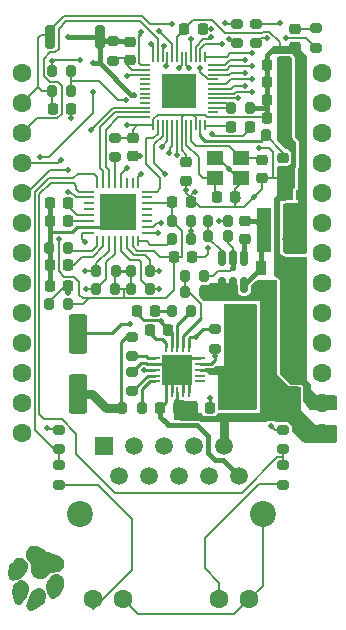
<source format=gtl>
G04 #@! TF.GenerationSoftware,KiCad,Pcbnew,(6.0.4)*
G04 #@! TF.CreationDate,2022-11-09T23:23:58+13:00*
G04 #@! TF.ProjectId,LAN-Module-PoE,4c414e2d-4d6f-4647-956c-652d506f452e,rev?*
G04 #@! TF.SameCoordinates,Original*
G04 #@! TF.FileFunction,Copper,L1,Top*
G04 #@! TF.FilePolarity,Positive*
%FSLAX46Y46*%
G04 Gerber Fmt 4.6, Leading zero omitted, Abs format (unit mm)*
G04 Created by KiCad (PCBNEW (6.0.4)) date 2022-11-09 23:23:58*
%MOMM*%
%LPD*%
G01*
G04 APERTURE LIST*
G04 Aperture macros list*
%AMRoundRect*
0 Rectangle with rounded corners*
0 $1 Rounding radius*
0 $2 $3 $4 $5 $6 $7 $8 $9 X,Y pos of 4 corners*
0 Add a 4 corners polygon primitive as box body*
4,1,4,$2,$3,$4,$5,$6,$7,$8,$9,$2,$3,0*
0 Add four circle primitives for the rounded corners*
1,1,$1+$1,$2,$3*
1,1,$1+$1,$4,$5*
1,1,$1+$1,$6,$7*
1,1,$1+$1,$8,$9*
0 Add four rect primitives between the rounded corners*
20,1,$1+$1,$2,$3,$4,$5,0*
20,1,$1+$1,$4,$5,$6,$7,0*
20,1,$1+$1,$6,$7,$8,$9,0*
20,1,$1+$1,$8,$9,$2,$3,0*%
G04 Aperture macros list end*
G04 #@! TA.AperFunction,ComponentPad*
%ADD10C,1.600000*%
G04 #@! TD*
G04 #@! TA.AperFunction,SMDPad,CuDef*
%ADD11RoundRect,0.200000X0.275000X-0.200000X0.275000X0.200000X-0.275000X0.200000X-0.275000X-0.200000X0*%
G04 #@! TD*
G04 #@! TA.AperFunction,SMDPad,CuDef*
%ADD12RoundRect,0.218750X-0.256250X0.218750X-0.256250X-0.218750X0.256250X-0.218750X0.256250X0.218750X0*%
G04 #@! TD*
G04 #@! TA.AperFunction,SMDPad,CuDef*
%ADD13RoundRect,0.200000X0.200000X0.275000X-0.200000X0.275000X-0.200000X-0.275000X0.200000X-0.275000X0*%
G04 #@! TD*
G04 #@! TA.AperFunction,SMDPad,CuDef*
%ADD14RoundRect,0.225000X0.225000X0.250000X-0.225000X0.250000X-0.225000X-0.250000X0.225000X-0.250000X0*%
G04 #@! TD*
G04 #@! TA.AperFunction,SMDPad,CuDef*
%ADD15R,0.900000X1.200000*%
G04 #@! TD*
G04 #@! TA.AperFunction,SMDPad,CuDef*
%ADD16RoundRect,0.150000X-0.150000X0.512500X-0.150000X-0.512500X0.150000X-0.512500X0.150000X0.512500X0*%
G04 #@! TD*
G04 #@! TA.AperFunction,SMDPad,CuDef*
%ADD17RoundRect,0.200000X-0.200000X-0.275000X0.200000X-0.275000X0.200000X0.275000X-0.200000X0.275000X0*%
G04 #@! TD*
G04 #@! TA.AperFunction,SMDPad,CuDef*
%ADD18RoundRect,0.225000X-0.225000X-0.250000X0.225000X-0.250000X0.225000X0.250000X-0.225000X0.250000X0*%
G04 #@! TD*
G04 #@! TA.AperFunction,SMDPad,CuDef*
%ADD19RoundRect,0.200000X-0.275000X0.200000X-0.275000X-0.200000X0.275000X-0.200000X0.275000X0.200000X0*%
G04 #@! TD*
G04 #@! TA.AperFunction,SMDPad,CuDef*
%ADD20R,1.200000X3.700000*%
G04 #@! TD*
G04 #@! TA.AperFunction,SMDPad,CuDef*
%ADD21RoundRect,0.225000X-0.250000X0.225000X-0.250000X-0.225000X0.250000X-0.225000X0.250000X0.225000X0*%
G04 #@! TD*
G04 #@! TA.AperFunction,SMDPad,CuDef*
%ADD22RoundRect,0.062500X-0.062500X0.362500X-0.062500X-0.362500X0.062500X-0.362500X0.062500X0.362500X0*%
G04 #@! TD*
G04 #@! TA.AperFunction,SMDPad,CuDef*
%ADD23RoundRect,0.062500X-0.362500X0.062500X-0.362500X-0.062500X0.362500X-0.062500X0.362500X0.062500X0*%
G04 #@! TD*
G04 #@! TA.AperFunction,SMDPad,CuDef*
%ADD24R,2.600000X2.600000*%
G04 #@! TD*
G04 #@! TA.AperFunction,SMDPad,CuDef*
%ADD25R,2.500000X1.800000*%
G04 #@! TD*
G04 #@! TA.AperFunction,SMDPad,CuDef*
%ADD26R,1.600000X5.700000*%
G04 #@! TD*
G04 #@! TA.AperFunction,SMDPad,CuDef*
%ADD27RoundRect,0.225000X0.250000X-0.225000X0.250000X0.225000X-0.250000X0.225000X-0.250000X-0.225000X0*%
G04 #@! TD*
G04 #@! TA.AperFunction,SMDPad,CuDef*
%ADD28RoundRect,0.062500X0.062500X-0.375000X0.062500X0.375000X-0.062500X0.375000X-0.062500X-0.375000X0*%
G04 #@! TD*
G04 #@! TA.AperFunction,SMDPad,CuDef*
%ADD29RoundRect,0.062500X0.375000X-0.062500X0.375000X0.062500X-0.375000X0.062500X-0.375000X-0.062500X0*%
G04 #@! TD*
G04 #@! TA.AperFunction,SMDPad,CuDef*
%ADD30R,3.100000X3.100000*%
G04 #@! TD*
G04 #@! TA.AperFunction,SMDPad,CuDef*
%ADD31RoundRect,0.200000X0.200000X0.800000X-0.200000X0.800000X-0.200000X-0.800000X0.200000X-0.800000X0*%
G04 #@! TD*
G04 #@! TA.AperFunction,SMDPad,CuDef*
%ADD32RoundRect,0.250000X0.550000X-1.412500X0.550000X1.412500X-0.550000X1.412500X-0.550000X-1.412500X0*%
G04 #@! TD*
G04 #@! TA.AperFunction,ComponentPad*
%ADD33R,1.500000X1.500000*%
G04 #@! TD*
G04 #@! TA.AperFunction,ComponentPad*
%ADD34C,1.500000*%
G04 #@! TD*
G04 #@! TA.AperFunction,ComponentPad*
%ADD35C,2.200000*%
G04 #@! TD*
G04 #@! TA.AperFunction,SMDPad,CuDef*
%ADD36RoundRect,0.250000X-0.250000X-0.475000X0.250000X-0.475000X0.250000X0.475000X-0.250000X0.475000X0*%
G04 #@! TD*
G04 #@! TA.AperFunction,SMDPad,CuDef*
%ADD37O,0.850000X0.200000*%
G04 #@! TD*
G04 #@! TA.AperFunction,SMDPad,CuDef*
%ADD38O,0.200000X0.850000*%
G04 #@! TD*
G04 #@! TA.AperFunction,SMDPad,CuDef*
%ADD39R,3.000000X3.000000*%
G04 #@! TD*
G04 #@! TA.AperFunction,SMDPad,CuDef*
%ADD40R,1.400000X1.200000*%
G04 #@! TD*
G04 #@! TA.AperFunction,ViaPad*
%ADD41C,0.500000*%
G04 #@! TD*
G04 #@! TA.AperFunction,Conductor*
%ADD42C,0.200000*%
G04 #@! TD*
G04 #@! TA.AperFunction,Conductor*
%ADD43C,0.400000*%
G04 #@! TD*
G04 #@! TA.AperFunction,Conductor*
%ADD44C,0.250000*%
G04 #@! TD*
G04 #@! TA.AperFunction,Conductor*
%ADD45C,0.800000*%
G04 #@! TD*
G04 APERTURE END LIST*
G04 #@! TO.C,LOGO1*
G36*
X22966000Y-71521000D02*
G01*
X23063000Y-71580000D01*
X23163000Y-71662000D01*
X23296000Y-71822000D01*
X23374000Y-71998000D01*
X23397000Y-72192000D01*
X23367000Y-72405000D01*
X23282000Y-72640000D01*
X23174000Y-72842000D01*
X23047000Y-73014000D01*
X22900000Y-73156000D01*
X22729000Y-73272000D01*
X22534000Y-73363000D01*
X22306000Y-73426000D01*
X22102000Y-73435000D01*
X21934000Y-73392000D01*
X21812000Y-73298000D01*
X21753000Y-73152000D01*
X21726000Y-72932000D01*
X21730000Y-72676000D01*
X21764000Y-72425000D01*
X21829000Y-72216000D01*
X21915000Y-72065000D01*
X22034000Y-71910000D01*
X22175000Y-71763000D01*
X22324000Y-71637000D01*
X22469000Y-71544000D01*
X22632000Y-71494000D01*
X22812000Y-71485000D01*
X22966000Y-71521000D01*
G37*
G36*
X23095000Y-73459000D02*
G01*
X23256000Y-73558000D01*
X23397000Y-73726000D01*
X23467000Y-73945000D01*
X23475000Y-74129000D01*
X23448000Y-74338000D01*
X23387000Y-74562000D01*
X23294000Y-74793000D01*
X23172000Y-75024000D01*
X23012000Y-75260000D01*
X22857000Y-75421000D01*
X22706000Y-75507000D01*
X22558000Y-75520000D01*
X22390000Y-75457000D01*
X22263000Y-75326000D01*
X22171000Y-75119000D01*
X22110000Y-74828000D01*
X22075000Y-74518000D01*
X22069000Y-74262000D01*
X22093000Y-74052000D01*
X22150000Y-73878000D01*
X22241000Y-73733000D01*
X22368000Y-73605000D01*
X22548000Y-73487000D01*
X22734000Y-73424000D01*
X22919000Y-73414000D01*
X23095000Y-73459000D01*
G37*
G36*
X24167000Y-70502000D02*
G01*
X24316000Y-70553000D01*
X24481000Y-70638000D01*
X24679000Y-70765000D01*
X24863000Y-70886000D01*
X25023000Y-70977000D01*
X25180000Y-71048000D01*
X25355000Y-71110000D01*
X25569000Y-71172000D01*
X25849000Y-71254000D01*
X26024000Y-71328000D01*
X26154000Y-71420000D01*
X26327000Y-71596000D01*
X26430000Y-71775000D01*
X26472000Y-71972000D01*
X26467000Y-72129000D01*
X26410000Y-72291000D01*
X26313000Y-72454000D01*
X26182000Y-72583000D01*
X26014000Y-72679000D01*
X25806000Y-72744000D01*
X25556000Y-72779000D01*
X25331000Y-72814000D01*
X25161000Y-72890000D01*
X25004000Y-73027000D01*
X24806000Y-73211000D01*
X24633000Y-73299000D01*
X24422000Y-73323000D01*
X24264000Y-73307000D01*
X24092000Y-73243000D01*
X23925000Y-73151000D01*
X23799000Y-73021000D01*
X23698000Y-72867000D01*
X23654000Y-72705000D01*
X23656000Y-72502000D01*
X23668000Y-72287000D01*
X23648000Y-72127000D01*
X23583000Y-71980000D01*
X23463000Y-71806000D01*
X23338000Y-71612000D01*
X23259000Y-71422000D01*
X23225000Y-71235000D01*
X23236000Y-71052000D01*
X23293000Y-70873000D01*
X23376000Y-70724000D01*
X23492000Y-70617000D01*
X23649000Y-70530000D01*
X23828000Y-70482000D01*
X24016000Y-70477000D01*
X24167000Y-70502000D01*
G37*
G36*
X24590000Y-74137000D02*
G01*
X24739000Y-74235000D01*
X24852000Y-74385000D01*
X24924000Y-74561000D01*
X24953000Y-74753000D01*
X24937000Y-74952000D01*
X24876000Y-75145000D01*
X24803000Y-75281000D01*
X24707000Y-75398000D01*
X24559000Y-75525000D01*
X24333000Y-75689000D01*
X24072000Y-75858000D01*
X23870000Y-75958000D01*
X23703000Y-75996000D01*
X23549000Y-75982000D01*
X23400000Y-75912000D01*
X23306000Y-75788000D01*
X23268000Y-75611000D01*
X23285000Y-75382000D01*
X23358000Y-75101000D01*
X23440000Y-74887000D01*
X23538000Y-74689000D01*
X23649000Y-74511000D01*
X23770000Y-74359000D01*
X23898000Y-74235000D01*
X24029000Y-74146000D01*
X24207000Y-74089000D01*
X24403000Y-74087000D01*
X24590000Y-74137000D01*
G37*
G36*
X26094000Y-72953000D02*
G01*
X26221000Y-73014000D01*
X26322000Y-73118000D01*
X26396000Y-73235000D01*
X26445000Y-73354000D01*
X26473000Y-73548000D01*
X26473000Y-73761000D01*
X26444000Y-73977000D01*
X26391000Y-74178000D01*
X26314000Y-74350000D01*
X26193000Y-74521000D01*
X26036000Y-74690000D01*
X25866000Y-74839000D01*
X25703000Y-74948000D01*
X25571000Y-74998000D01*
X25417000Y-74977000D01*
X25269000Y-74881000D01*
X25136000Y-74719000D01*
X25029000Y-74499000D01*
X24965000Y-74280000D01*
X24942000Y-74066000D01*
X24960000Y-73851000D01*
X25019000Y-73630000D01*
X25120000Y-73396000D01*
X25239000Y-73183000D01*
X25355000Y-73066000D01*
X25522000Y-72966000D01*
X25706000Y-72914000D01*
X25899000Y-72909000D01*
X26094000Y-72953000D01*
G37*
G04 #@! TD*
D10*
G04 #@! TO.P,J28,1,1*
G04 #@! TO.N,/12V*
X48260000Y-60960000D03*
G04 #@! TD*
G04 #@! TO.P,J27,1,1*
G04 #@! TO.N,GND*
X48260000Y-58420000D03*
G04 #@! TD*
G04 #@! TO.P,J26,1,1*
G04 #@! TO.N,/S_VP*
X48260000Y-53340000D03*
G04 #@! TD*
G04 #@! TO.P,J25,1,1*
G04 #@! TO.N,/IO37*
X48260000Y-50800000D03*
G04 #@! TD*
G04 #@! TO.P,J24,1,1*
G04 #@! TO.N,/IO38*
X48260000Y-48260000D03*
G04 #@! TD*
G04 #@! TO.P,J23,1,1*
G04 #@! TO.N,/S_VN*
X48260000Y-45720000D03*
G04 #@! TD*
G04 #@! TO.P,J22,1,1*
G04 #@! TO.N,/IO34*
X48260000Y-43180000D03*
G04 #@! TD*
G04 #@! TO.P,J21,1,1*
G04 #@! TO.N,/IO35*
X48260000Y-40640000D03*
G04 #@! TD*
G04 #@! TO.P,J20,1,1*
G04 #@! TO.N,/IO32*
X48260000Y-38100000D03*
G04 #@! TD*
G04 #@! TO.P,J19,1,1*
G04 #@! TO.N,/IO33*
X48260000Y-35560000D03*
G04 #@! TD*
G04 #@! TO.P,J18,1,1*
G04 #@! TO.N,/U0RXD*
X48260000Y-33020000D03*
G04 #@! TD*
G04 #@! TO.P,J17,1,1*
G04 #@! TO.N,/U0TXD*
X48260000Y-30480000D03*
G04 #@! TD*
G04 #@! TO.P,J16,1,1*
G04 #@! TO.N,GND*
X22860000Y-60960000D03*
G04 #@! TD*
G04 #@! TO.P,J15,1,1*
G04 #@! TO.N,+3V3*
X48260000Y-55880000D03*
G04 #@! TD*
G04 #@! TO.P,J14,1,1*
G04 #@! TO.N,GND*
X22860000Y-58420000D03*
G04 #@! TD*
G04 #@! TO.P,J13,1,1*
G04 #@! TO.N,/IO5*
X22860000Y-55880000D03*
G04 #@! TD*
G04 #@! TO.P,J12,1,1*
G04 #@! TO.N,/IO14*
X22860000Y-53340000D03*
G04 #@! TD*
G04 #@! TO.P,J11,1,1*
G04 #@! TO.N,/IO2*
X22860000Y-50800000D03*
G04 #@! TD*
G04 #@! TO.P,J10,1,1*
G04 #@! TO.N,/IO4*
X22860000Y-48260000D03*
G04 #@! TD*
G04 #@! TO.P,J9,1,1*
G04 #@! TO.N,/IO12*
X22860000Y-45720000D03*
G04 #@! TD*
G04 #@! TO.P,J8,1,1*
G04 #@! TO.N,/IO15*
X22860000Y-43180000D03*
G04 #@! TD*
G04 #@! TO.P,J7,1,1*
G04 #@! TO.N,/IO16*
X22860000Y-40640000D03*
G04 #@! TD*
G04 #@! TO.P,J6,1,1*
G04 #@! TO.N,/IO13*
X22860000Y-38100000D03*
G04 #@! TD*
G04 #@! TO.P,J5,1,1*
G04 #@! TO.N,/BOOT*
X22860000Y-35560000D03*
G04 #@! TD*
G04 #@! TO.P,J4,1,1*
G04 #@! TO.N,/EN*
X22860000Y-33020000D03*
G04 #@! TD*
G04 #@! TO.P,J3,1,1*
G04 #@! TO.N,GND*
X22860000Y-30480000D03*
G04 #@! TD*
D11*
G04 #@! TO.P,R28,1*
G04 #@! TO.N,GND*
X47750000Y-28325000D03*
G04 #@! TO.P,R28,2*
G04 #@! TO.N,Net-(D3-Pad1)*
X47750000Y-26675000D03*
G04 #@! TD*
D12*
G04 #@! TO.P,D3,1,K*
G04 #@! TO.N,Net-(D3-Pad1)*
X46000000Y-26712500D03*
G04 #@! TO.P,D3,2,A*
G04 #@! TO.N,+3V3*
X46000000Y-28287500D03*
G04 #@! TD*
D13*
G04 #@! TO.P,R14,1*
G04 #@! TO.N,/LAN_3P3V*
X30762500Y-48750000D03*
G04 #@! TO.P,R14,2*
G04 #@! TO.N,/MDI0_N*
X29112500Y-48750000D03*
G04 #@! TD*
D14*
G04 #@! TO.P,C2,1*
G04 #@! TO.N,GND*
X45175000Y-34250000D03*
G04 #@! TO.P,C2,2*
G04 #@! TO.N,+3V3*
X43625000Y-34250000D03*
G04 #@! TD*
D15*
G04 #@! TO.P,D2,1,K*
G04 #@! TO.N,Net-(C17-Pad2)*
X43100000Y-47000000D03*
G04 #@! TO.P,D2,2,A*
G04 #@! TO.N,GND*
X46400000Y-47000000D03*
G04 #@! TD*
D16*
G04 #@! TO.P,U3,1,CB*
G04 #@! TO.N,Net-(C17-Pad1)*
X41700000Y-46112500D03*
G04 #@! TO.P,U3,2,GND*
G04 #@! TO.N,GND*
X40750000Y-46112500D03*
G04 #@! TO.P,U3,3,FB*
G04 #@! TO.N,Net-(R26-Pad1)*
X39800000Y-46112500D03*
G04 #@! TO.P,U3,4,~{SHDN}*
G04 #@! TO.N,/12V*
X39800000Y-48387500D03*
G04 #@! TO.P,U3,5,VIN*
X40750000Y-48387500D03*
G04 #@! TO.P,U3,6,SW*
G04 #@! TO.N,Net-(C17-Pad2)*
X41700000Y-48387500D03*
G04 #@! TD*
D17*
G04 #@! TO.P,R8,1*
G04 #@! TO.N,GND*
X25175000Y-45250000D03*
G04 #@! TO.P,R8,2*
G04 #@! TO.N,/RSET*
X26825000Y-45250000D03*
G04 #@! TD*
G04 #@! TO.P,R17,1*
G04 #@! TO.N,/LAN_3P3V*
X32112500Y-48750000D03*
G04 #@! TO.P,R17,2*
G04 #@! TO.N,/MDI1_P*
X33762500Y-48750000D03*
G04 #@! TD*
D14*
G04 #@! TO.P,C22,1*
G04 #@! TO.N,/AVDD10*
X26775000Y-46750000D03*
G04 #@! TO.P,C22,2*
G04 #@! TO.N,GND*
X25225000Y-46750000D03*
G04 #@! TD*
D11*
G04 #@! TO.P,R20,1*
G04 #@! TO.N,/VSS*
X39200000Y-53825000D03*
G04 #@! TO.P,R20,2*
G04 #@! TO.N,/VIN_NEG*
X39200000Y-52175000D03*
G04 #@! TD*
D14*
G04 #@! TO.P,C7,1*
G04 #@! TO.N,GND*
X45175000Y-32750000D03*
G04 #@! TO.P,C7,2*
G04 #@! TO.N,+3V3*
X43625000Y-32750000D03*
G04 #@! TD*
D18*
G04 #@! TO.P,C3,1*
G04 #@! TO.N,GND*
X25225000Y-48500000D03*
G04 #@! TO.P,C3,2*
G04 #@! TO.N,/MDI0_CT*
X26775000Y-48500000D03*
G04 #@! TD*
D19*
G04 #@! TO.P,R2,1*
G04 #@! TO.N,GND*
X30600000Y-27775000D03*
G04 #@! TO.P,R2,2*
G04 #@! TO.N,/VDD_SDIO*
X30600000Y-29425000D03*
G04 #@! TD*
D14*
G04 #@! TO.P,C10,1*
G04 #@! TO.N,GND*
X27025000Y-33500000D03*
G04 #@! TO.P,C10,2*
G04 #@! TO.N,/EN*
X25475000Y-33500000D03*
G04 #@! TD*
D11*
G04 #@! TO.P,R11,1*
G04 #@! TO.N,/RTL_LED1*
X45000000Y-62325000D03*
G04 #@! TO.P,R11,2*
G04 #@! TO.N,GND*
X45000000Y-60675000D03*
G04 #@! TD*
D19*
G04 #@! TO.P,R10,1*
G04 #@! TO.N,+3V3*
X30750000Y-35925000D03*
G04 #@! TO.P,R10,2*
G04 #@! TO.N,/ETH_RST*
X30750000Y-37575000D03*
G04 #@! TD*
D20*
G04 #@! TO.P,L2,1*
G04 #@! TO.N,Net-(C17-Pad2)*
X43350000Y-43750000D03*
G04 #@! TO.P,L2,2*
G04 #@! TO.N,+3V3*
X46150000Y-43750000D03*
G04 #@! TD*
D21*
G04 #@! TO.P,C13,1*
G04 #@! TO.N,/XTAL_P*
X43250000Y-37800000D03*
G04 #@! TO.P,C13,2*
G04 #@! TO.N,GND*
X43250000Y-39350000D03*
G04 #@! TD*
D14*
G04 #@! TO.P,C21,1*
G04 #@! TO.N,+3V3*
X46525000Y-40750000D03*
G04 #@! TO.P,C21,2*
G04 #@! TO.N,GND*
X44975000Y-40750000D03*
G04 #@! TD*
D22*
G04 #@! TO.P,U2,1,ISNS*
G04 #@! TO.N,/VIN_NEG*
X37050000Y-53650000D03*
G04 #@! TO.P,U2,2,FBH*
G04 #@! TO.N,/FBH*
X36550000Y-53650000D03*
G04 #@! TO.P,U2,3,EROUT*
G04 #@! TO.N,/COMP*
X36050000Y-53650000D03*
G04 #@! TO.P,U2,4,FBL*
G04 #@! TO.N,/VSS*
X35550000Y-53650000D03*
G04 #@! TO.P,U2,5,VDD*
G04 #@! TO.N,Net-(C20-Pad1)*
X35050000Y-53650000D03*
D23*
G04 #@! TO.P,U2,6,RDET*
G04 #@! TO.N,Net-(R6-Pad2)*
X34125000Y-54575000D03*
G04 #@! TO.P,U2,7,NC*
G04 #@! TO.N,/POE_NEG*
X34125000Y-55075000D03*
G04 #@! TO.P,U2,8,HSO*
G04 #@! TO.N,/VIN_NEG*
X34125000Y-55575000D03*
G04 #@! TO.P,U2,9,RCLASS*
G04 #@! TO.N,Net-(R7-Pad2)*
X34125000Y-56075000D03*
G04 #@! TO.P,U2,10,RFREQ*
G04 #@! TO.N,Net-(R19-Pad2)*
X34125000Y-56575000D03*
D22*
G04 #@! TO.P,U2,11,NC*
G04 #@! TO.N,/POE_NEG*
X35050000Y-57500000D03*
G04 #@! TO.P,U2,12,NC*
X35550000Y-57500000D03*
G04 #@! TO.P,U2,13,VPOS*
G04 #@! TO.N,/12V*
X36050000Y-57500000D03*
G04 #@! TO.P,U2,14,NC*
G04 #@! TO.N,/POE_NEG*
X36550000Y-57500000D03*
G04 #@! TO.P,U2,15,NC*
X37050000Y-57500000D03*
D23*
G04 #@! TO.P,U2,16,VT15*
G04 #@! TO.N,unconnected-(U2-Pad16)*
X37975000Y-56575000D03*
G04 #@! TO.P,U2,17*
G04 #@! TO.N,N/C*
X37975000Y-56075000D03*
G04 #@! TO.P,U2,18,SWO*
G04 #@! TO.N,/SWO*
X37975000Y-55575000D03*
G04 #@! TO.P,U2,19,VSS*
G04 #@! TO.N,/VSS*
X37975000Y-55075000D03*
G04 #@! TO.P,U2,20,NC*
G04 #@! TO.N,/POE_NEG*
X37975000Y-54575000D03*
D24*
G04 #@! TO.P,U2,21,VNEG*
X36050000Y-55575000D03*
G04 #@! TD*
D17*
G04 #@! TO.P,R23,1*
G04 #@! TO.N,/FBH*
X36675000Y-49000000D03*
G04 #@! TO.P,R23,2*
G04 #@! TO.N,/12V*
X38325000Y-49000000D03*
G04 #@! TD*
D13*
G04 #@! TO.P,R13,1*
G04 #@! TO.N,/LAN_3P3V*
X30825000Y-47250000D03*
G04 #@! TO.P,R13,2*
G04 #@! TO.N,/MDI0_P*
X29175000Y-47250000D03*
G04 #@! TD*
D25*
G04 #@! TO.P,D1,1,K*
G04 #@! TO.N,/12V*
X45150000Y-58000000D03*
G04 #@! TO.P,D1,2,A*
G04 #@! TO.N,/SWO*
X41150000Y-58000000D03*
G04 #@! TD*
D19*
G04 #@! TO.P,R6,1*
G04 #@! TO.N,/12V*
X32200000Y-52775000D03*
G04 #@! TO.P,R6,2*
G04 #@! TO.N,Net-(R6-Pad2)*
X32200000Y-54425000D03*
G04 #@! TD*
D17*
G04 #@! TO.P,R19,1*
G04 #@! TO.N,/12V*
X31375000Y-58800000D03*
G04 #@! TO.P,R19,2*
G04 #@! TO.N,Net-(R19-Pad2)*
X33025000Y-58800000D03*
G04 #@! TD*
D26*
G04 #@! TO.P,L4,1*
G04 #@! TO.N,/SWO*
X41050000Y-53000000D03*
G04 #@! TO.P,L4,2*
G04 #@! TO.N,GND*
X45750000Y-53000000D03*
G04 #@! TD*
D17*
G04 #@! TO.P,R18,1*
G04 #@! TO.N,/LAN_3P3V*
X32112500Y-47250000D03*
G04 #@! TO.P,R18,2*
G04 #@! TO.N,/MDI1_N*
X33762500Y-47250000D03*
G04 #@! TD*
D18*
G04 #@! TO.P,C20,1*
G04 #@! TO.N,Net-(C20-Pad1)*
X33725000Y-52200000D03*
G04 #@! TO.P,C20,2*
G04 #@! TO.N,/VSS*
X35275000Y-52200000D03*
G04 #@! TD*
D27*
G04 #@! TO.P,C8,1*
G04 #@! TO.N,GND*
X32250000Y-37525000D03*
G04 #@! TO.P,C8,2*
G04 #@! TO.N,+3V3*
X32250000Y-35975000D03*
G04 #@! TD*
D18*
G04 #@! TO.P,C24,1*
G04 #@! TO.N,/LAN_3P3V*
X35725000Y-46000000D03*
G04 #@! TO.P,C24,2*
G04 #@! TO.N,GND*
X37275000Y-46000000D03*
G04 #@! TD*
D13*
G04 #@! TO.P,R3,1*
G04 #@! TO.N,GND*
X45225000Y-35750000D03*
G04 #@! TO.P,R3,2*
G04 #@! TO.N,/CAP2*
X43575000Y-35750000D03*
G04 #@! TD*
D11*
G04 #@! TO.P,R12,1*
G04 #@! TO.N,/RTL_LED0*
X26000000Y-62325000D03*
G04 #@! TO.P,R12,2*
G04 #@! TO.N,GND*
X26000000Y-60675000D03*
G04 #@! TD*
D17*
G04 #@! TO.P,R26,1*
G04 #@! TO.N,Net-(R26-Pad1)*
X38675000Y-43000000D03*
G04 #@! TO.P,R26,2*
G04 #@! TO.N,+3V3*
X40325000Y-43000000D03*
G04 #@! TD*
D28*
G04 #@! TO.P,U4,1,RSET*
G04 #@! TO.N,/RSET*
X29250000Y-44687500D03*
G04 #@! TO.P,U4,2,AVDD10OUT*
G04 #@! TO.N,/AVDD10*
X29750000Y-44687500D03*
G04 #@! TO.P,U4,3,MDI0_P*
G04 #@! TO.N,/MDI0_P*
X30250000Y-44687500D03*
G04 #@! TO.P,U4,4,MDI0_N*
G04 #@! TO.N,/MDI0_N*
X30750000Y-44687500D03*
G04 #@! TO.P,U4,5,MDI1_P*
G04 #@! TO.N,/MDI1_P*
X31250000Y-44687500D03*
G04 #@! TO.P,U4,6,MDI1_N*
G04 #@! TO.N,/MDI1_N*
X31750000Y-44687500D03*
G04 #@! TO.P,U4,7,AVDD33*
G04 #@! TO.N,/LAN_3P3V*
X32250000Y-44687500D03*
G04 #@! TO.P,U4,8,RXDV*
G04 #@! TO.N,/RXDV*
X32750000Y-44687500D03*
D29*
G04 #@! TO.P,U4,9,RXD0*
G04 #@! TO.N,/ETH_RXD0*
X33437500Y-44000000D03*
G04 #@! TO.P,U4,10,RXD1*
G04 #@! TO.N,/ETH_RXD1*
X33437500Y-43500000D03*
G04 #@! TO.P,U4,11,RXD2_INTB*
G04 #@! TO.N,unconnected-(U4-Pad11)*
X33437500Y-43000000D03*
G04 #@! TO.P,U4,12,RXD3_CLK_CTL*
G04 #@! TO.N,unconnected-(U4-Pad12)*
X33437500Y-42500000D03*
G04 #@! TO.P,U4,13,RXC*
G04 #@! TO.N,unconnected-(U4-Pad13)*
X33437500Y-42000000D03*
G04 #@! TO.P,U4,14,DVDD33*
G04 #@! TO.N,/LAN_3P3V*
X33437500Y-41500000D03*
G04 #@! TO.P,U4,15,TXC*
G04 #@! TO.N,unconnected-(U4-Pad15)*
X33437500Y-41000000D03*
G04 #@! TO.P,U4,16,TXD0*
G04 #@! TO.N,/ETH_TXD0*
X33437500Y-40500000D03*
D28*
G04 #@! TO.P,U4,17,TXD1*
G04 #@! TO.N,/ETH_TXD1*
X32750000Y-39812500D03*
G04 #@! TO.P,U4,18,TXD2*
G04 #@! TO.N,unconnected-(U4-Pad18)*
X32250000Y-39812500D03*
G04 #@! TO.P,U4,19,TXD3*
G04 #@! TO.N,unconnected-(U4-Pad19)*
X31750000Y-39812500D03*
G04 #@! TO.P,U4,20,TXEN*
G04 #@! TO.N,/ETH_TXEN*
X31250000Y-39812500D03*
G04 #@! TO.P,U4,21,PHYRSTB*
G04 #@! TO.N,/ETH_RST*
X30750000Y-39812500D03*
G04 #@! TO.P,U4,22,MDC*
G04 #@! TO.N,/ETH_MDC*
X30250000Y-39812500D03*
G04 #@! TO.P,U4,23,MDIO*
G04 #@! TO.N,/ETH_MDIO*
X29750000Y-39812500D03*
G04 #@! TO.P,U4,24,LED0_PHYAD0*
G04 #@! TO.N,/RTL_LED0*
X29250000Y-39812500D03*
D29*
G04 #@! TO.P,U4,25,LED1_PHYAD1*
G04 #@! TO.N,/RTL_LED1*
X28562500Y-40500000D03*
G04 #@! TO.P,U4,26,CRS_DV*
G04 #@! TO.N,/ETH_CRS_DV*
X28562500Y-41000000D03*
G04 #@! TO.P,U4,27,COL*
G04 #@! TO.N,unconnected-(U4-Pad27)*
X28562500Y-41500000D03*
G04 #@! TO.P,U4,28,RXER_FXEN*
G04 #@! TO.N,unconnected-(U4-Pad28)*
X28562500Y-42000000D03*
G04 #@! TO.P,U4,29,DVDD10OUT*
G04 #@! TO.N,/DVDD10*
X28562500Y-42500000D03*
G04 #@! TO.P,U4,30,AVDD33*
G04 #@! TO.N,/LAN_3P3V*
X28562500Y-43000000D03*
G04 #@! TO.P,U4,31,CKXTAL1*
G04 #@! TO.N,GND*
X28562500Y-43500000D03*
G04 #@! TO.P,U4,32,CKXTAL2*
G04 #@! TO.N,/ETH_CLK*
X28562500Y-44000000D03*
D30*
G04 #@! TO.P,U4,33,GND*
G04 #@! TO.N,GND*
X31000000Y-42250000D03*
G04 #@! TD*
D17*
G04 #@! TO.P,R5,1*
G04 #@! TO.N,/IO12*
X25425000Y-30250000D03*
G04 #@! TO.P,R5,2*
G04 #@! TO.N,+3V3*
X27075000Y-30250000D03*
G04 #@! TD*
D14*
G04 #@! TO.P,C16,1*
G04 #@! TO.N,GND*
X42175000Y-35000000D03*
G04 #@! TO.P,C16,2*
G04 #@! TO.N,/CAP1*
X40625000Y-35000000D03*
G04 #@! TD*
D31*
G04 #@! TO.P,SW1,1,1*
G04 #@! TO.N,GND*
X29500000Y-27400000D03*
G04 #@! TO.P,SW1,2,2*
G04 #@! TO.N,/EN*
X25300000Y-27400000D03*
G04 #@! TD*
D19*
G04 #@! TO.P,R4,1*
G04 #@! TO.N,/U0TXD*
X42700000Y-26275000D03*
G04 #@! TO.P,R4,2*
G04 #@! TO.N,Net-(R4-Pad2)*
X42700000Y-27925000D03*
G04 #@! TD*
D13*
G04 #@! TO.P,R25,1*
G04 #@! TO.N,/LAN_3P3V*
X26825000Y-50000000D03*
G04 #@! TO.P,R25,2*
G04 #@! TO.N,/MDI0_CT*
X25175000Y-50000000D03*
G04 #@! TD*
D14*
G04 #@! TO.P,C6,1*
G04 #@! TO.N,Net-(C6-Pad1)*
X34175000Y-50600000D03*
G04 #@! TO.P,C6,2*
G04 #@! TO.N,/VSS*
X32625000Y-50600000D03*
G04 #@! TD*
D18*
G04 #@! TO.P,C4,1*
G04 #@! TO.N,/12V*
X37225000Y-58800000D03*
G04 #@! TO.P,C4,2*
G04 #@! TO.N,/VSS*
X38775000Y-58800000D03*
G04 #@! TD*
D13*
G04 #@! TO.P,L3,1*
G04 #@! TO.N,+3V3*
X37225000Y-43000000D03*
G04 #@! TO.P,L3,2*
G04 #@! TO.N,/LAN_3P3V*
X35575000Y-43000000D03*
G04 #@! TD*
D18*
G04 #@! TO.P,C26,1*
G04 #@! TO.N,/LAN_3P3V*
X35625000Y-41400000D03*
G04 #@! TO.P,C26,2*
G04 #@! TO.N,GND*
X37175000Y-41400000D03*
G04 #@! TD*
D13*
G04 #@! TO.P,R27,1*
G04 #@! TO.N,GND*
X40325000Y-44250000D03*
G04 #@! TO.P,R27,2*
G04 #@! TO.N,Net-(R26-Pad1)*
X38675000Y-44250000D03*
G04 #@! TD*
D18*
G04 #@! TO.P,C12,1*
G04 #@! TO.N,/XTAL_N*
X39400000Y-41000000D03*
G04 #@! TO.P,C12,2*
G04 #@! TO.N,GND*
X40950000Y-41000000D03*
G04 #@! TD*
D17*
G04 #@! TO.P,R21,1*
G04 #@! TO.N,Net-(C6-Pad1)*
X35575000Y-50600000D03*
G04 #@! TO.P,R21,2*
G04 #@! TO.N,/COMP*
X37225000Y-50600000D03*
G04 #@! TD*
D14*
G04 #@! TO.P,C5,1*
G04 #@! TO.N,GND*
X45175000Y-31200000D03*
G04 #@! TO.P,C5,2*
G04 #@! TO.N,+3V3*
X43625000Y-31200000D03*
G04 #@! TD*
D13*
G04 #@! TO.P,R24,1*
G04 #@! TO.N,GND*
X38325000Y-47650000D03*
G04 #@! TO.P,R24,2*
G04 #@! TO.N,/FBH*
X36675000Y-47650000D03*
G04 #@! TD*
D27*
G04 #@! TO.P,C15,1*
G04 #@! TO.N,GND*
X45000000Y-39175000D03*
G04 #@! TO.P,C15,2*
G04 #@! TO.N,/CAP2*
X45000000Y-37625000D03*
G04 #@! TD*
D14*
G04 #@! TO.P,C25,1*
G04 #@! TO.N,/LAN_3P3V*
X26775000Y-43000000D03*
G04 #@! TO.P,C25,2*
G04 #@! TO.N,GND*
X25225000Y-43000000D03*
G04 #@! TD*
G04 #@! TO.P,C1,1*
G04 #@! TO.N,/12V*
X36125000Y-58800000D03*
G04 #@! TO.P,C1,2*
G04 #@! TO.N,/POE_NEG*
X34575000Y-58800000D03*
G04 #@! TD*
D19*
G04 #@! TO.P,R15,1*
G04 #@! TO.N,/RTL_LED0*
X26000000Y-63675000D03*
G04 #@! TO.P,R15,2*
G04 #@! TO.N,/ETH_LED0*
X26000000Y-65325000D03*
G04 #@! TD*
D32*
G04 #@! TO.P,C27,1*
G04 #@! TO.N,/12V*
X27600000Y-57637500D03*
G04 #@! TO.P,C27,2*
G04 #@! TO.N,/VSS*
X27600000Y-52562500D03*
G04 #@! TD*
D17*
G04 #@! TO.P,R1,1*
G04 #@! TO.N,/EN*
X25425000Y-32000000D03*
G04 #@! TO.P,R1,2*
G04 #@! TO.N,+3V3*
X27075000Y-32000000D03*
G04 #@! TD*
D19*
G04 #@! TO.P,R22,1*
G04 #@! TO.N,/U0RXD*
X41100000Y-26275000D03*
G04 #@! TO.P,R22,2*
G04 #@! TO.N,Net-(R22-Pad2)*
X41100000Y-27925000D03*
G04 #@! TD*
D27*
G04 #@! TO.P,C9,1*
G04 #@! TO.N,GND*
X36800000Y-39575000D03*
G04 #@! TO.P,C9,2*
G04 #@! TO.N,+3V3*
X36800000Y-38025000D03*
G04 #@! TD*
D33*
G04 #@! TO.P,J1,1,RD+*
G04 #@! TO.N,/MDI1_P*
X29800000Y-62000000D03*
D34*
G04 #@! TO.P,J1,2,RD-*
G04 #@! TO.N,/MDI1_N*
X31070000Y-64540000D03*
G04 #@! TO.P,J1,3,RCT*
G04 #@! TO.N,/MDI0_CT*
X32340000Y-62000000D03*
G04 #@! TO.P,J1,4,TCT*
X33610000Y-64540000D03*
G04 #@! TO.P,J1,5,TD+*
G04 #@! TO.N,/MDI0_P*
X34880000Y-62000000D03*
G04 #@! TO.P,J1,6,TD-*
G04 #@! TO.N,/MDI0_N*
X36150000Y-64540000D03*
G04 #@! TO.P,J1,7*
G04 #@! TO.N,N/C*
X37420000Y-62000000D03*
G04 #@! TO.P,J1,8*
X38690000Y-64540000D03*
G04 #@! TO.P,J1,9,V+*
G04 #@! TO.N,/12V*
X39960000Y-62000000D03*
G04 #@! TO.P,J1,10,V-*
G04 #@! TO.N,/POE_NEG*
X41230000Y-64540000D03*
D10*
G04 #@! TO.P,J1,11,LEDG_A*
G04 #@! TO.N,/ETH_LED0*
X28885000Y-74970000D03*
G04 #@! TO.P,J1,12,LEDG_K*
G04 #@! TO.N,GND*
X31425000Y-74970000D03*
G04 #@! TO.P,J1,13,LEDY_A*
G04 #@! TO.N,/ETH_LED1*
X39605000Y-74970000D03*
G04 #@! TO.P,J1,14,LEDY_K*
G04 #@! TO.N,GND*
X42145000Y-74970000D03*
D35*
G04 #@! TO.P,J1,SH,SHIELD*
X27770000Y-67840000D03*
X43260000Y-67840000D03*
G04 #@! TD*
D13*
G04 #@! TO.P,R9,1*
G04 #@! TO.N,+3V3*
X37225000Y-44500000D03*
G04 #@! TO.P,R9,2*
G04 #@! TO.N,/RXDV*
X35575000Y-44500000D03*
G04 #@! TD*
D18*
G04 #@! TO.P,C19,1*
G04 #@! TO.N,+3V3*
X36625000Y-26750000D03*
G04 #@! TO.P,C19,2*
G04 #@! TO.N,GND*
X38175000Y-26750000D03*
G04 #@! TD*
D19*
G04 #@! TO.P,R16,1*
G04 #@! TO.N,/RTL_LED1*
X45000000Y-63675000D03*
G04 #@! TO.P,R16,2*
G04 #@! TO.N,/ETH_LED1*
X45000000Y-65325000D03*
G04 #@! TD*
D17*
G04 #@! TO.P,L1,1*
G04 #@! TO.N,/VDD3P3*
X40575000Y-33400000D03*
G04 #@! TO.P,L1,2*
G04 #@! TO.N,+3V3*
X42225000Y-33400000D03*
G04 #@! TD*
D21*
G04 #@! TO.P,C14,1*
G04 #@! TO.N,GND*
X32000000Y-27825000D03*
G04 #@! TO.P,C14,2*
G04 #@! TO.N,/VDD_SDIO*
X32000000Y-29375000D03*
G04 #@! TD*
D36*
G04 #@! TO.P,C18,1*
G04 #@! TO.N,/12V*
X43850000Y-48800000D03*
G04 #@! TO.P,C18,2*
G04 #@! TO.N,GND*
X45750000Y-48800000D03*
G04 #@! TD*
D37*
G04 #@! TO.P,U1,1,VDDA*
G04 #@! TO.N,+3V3*
X39100000Y-34200000D03*
G04 #@! TO.P,U1,2,LNA_IN*
G04 #@! TO.N,unconnected-(U1-Pad2)*
X39100000Y-33800000D03*
G04 #@! TO.P,U1,3,VDD3P3*
G04 #@! TO.N,/VDD3P3*
X39100000Y-33400000D03*
G04 #@! TO.P,U1,4,VDD3P3*
X39100000Y-33000000D03*
G04 #@! TO.P,U1,5,SENSOR_VP*
G04 #@! TO.N,/S_VP*
X39100000Y-32600000D03*
G04 #@! TO.P,U1,6,SENSOR_CAPP*
G04 #@! TO.N,/IO37*
X39100000Y-32200000D03*
G04 #@! TO.P,U1,7,SENSOR_CAPN*
G04 #@! TO.N,/IO38*
X39100000Y-31800000D03*
G04 #@! TO.P,U1,8,SENSOR_VN*
G04 #@! TO.N,/S_VN*
X39100000Y-31400000D03*
G04 #@! TO.P,U1,9,CHIP_PU*
G04 #@! TO.N,/EN*
X39100000Y-31000000D03*
G04 #@! TO.P,U1,10,VDET_1*
G04 #@! TO.N,/IO34*
X39100000Y-30600000D03*
G04 #@! TO.P,U1,11,VDET_2*
G04 #@! TO.N,/IO35*
X39100000Y-30200000D03*
G04 #@! TO.P,U1,12,32K_XP*
G04 #@! TO.N,/IO32*
X39100000Y-29800000D03*
D38*
G04 #@! TO.P,U1,13,32K_XIN*
G04 #@! TO.N,/IO33*
X38400000Y-29100000D03*
G04 #@! TO.P,U1,14,GPIO25*
G04 #@! TO.N,/ETH_RXD0*
X38000000Y-29100000D03*
G04 #@! TO.P,U1,15,GPIO26*
G04 #@! TO.N,/ETH_RXD1*
X37600000Y-29100000D03*
G04 #@! TO.P,U1,16,GPIO27*
G04 #@! TO.N,/ETH_CRS_DV*
X37200000Y-29100000D03*
G04 #@! TO.P,U1,17,MTMS*
G04 #@! TO.N,/IO14*
X36800000Y-29100000D03*
G04 #@! TO.P,U1,18,MTDI*
G04 #@! TO.N,/IO12*
X36400000Y-29100000D03*
G04 #@! TO.P,U1,19,VDD3P3_RTC*
G04 #@! TO.N,+3V3*
X36000000Y-29100000D03*
G04 #@! TO.P,U1,20,MTCK*
G04 #@! TO.N,/IO13*
X35600000Y-29100000D03*
G04 #@! TO.P,U1,21,MTDO*
G04 #@! TO.N,/IO15*
X35200000Y-29100000D03*
G04 #@! TO.P,U1,22,GPIO2*
G04 #@! TO.N,/IO2*
X34800000Y-29100000D03*
G04 #@! TO.P,U1,23,GPIO0*
G04 #@! TO.N,/BOOT*
X34400000Y-29100000D03*
G04 #@! TO.P,U1,24,GPIO4*
G04 #@! TO.N,/IO4*
X34000000Y-29100000D03*
D37*
G04 #@! TO.P,U1,25,GPIO16*
G04 #@! TO.N,/IO16*
X33300000Y-29800000D03*
G04 #@! TO.P,U1,26,VDD_SDIO*
G04 #@! TO.N,/VDD_SDIO*
X33300000Y-30200000D03*
G04 #@! TO.P,U1,27,GPIO17*
G04 #@! TO.N,/ETH_CLK*
X33300000Y-30600000D03*
G04 #@! TO.P,U1,28,SD_DATA_2*
G04 #@! TO.N,/SDD2*
X33300000Y-31000000D03*
G04 #@! TO.P,U1,29,SD_DATA_3*
G04 #@! TO.N,/SDD3*
X33300000Y-31400000D03*
G04 #@! TO.P,U1,30,SD_CMD*
G04 #@! TO.N,/SDCS*
X33300000Y-31800000D03*
G04 #@! TO.P,U1,31,SD_CLK*
G04 #@! TO.N,/SDCK*
X33300000Y-32200000D03*
G04 #@! TO.P,U1,32,SD_DATA_0*
G04 #@! TO.N,/SDD0*
X33300000Y-32600000D03*
G04 #@! TO.P,U1,33,SD_DATA_1*
G04 #@! TO.N,/SDD1*
X33300000Y-33000000D03*
G04 #@! TO.P,U1,34,GPIO5*
G04 #@! TO.N,/IO5*
X33300000Y-33400000D03*
G04 #@! TO.P,U1,35,GPIO18*
G04 #@! TO.N,/ETH_MDIO*
X33300000Y-33800000D03*
G04 #@! TO.P,U1,36,GPIO23*
G04 #@! TO.N,/ETH_MDC*
X33300000Y-34200000D03*
D38*
G04 #@! TO.P,U1,37,VDD3P3_CPU*
G04 #@! TO.N,+3V3*
X34000000Y-34900000D03*
G04 #@! TO.P,U1,38,GPIO19*
G04 #@! TO.N,/ETH_TXD0*
X34400000Y-34900000D03*
G04 #@! TO.P,U1,39,GPIO22*
G04 #@! TO.N,/ETH_TXD1*
X34800000Y-34900000D03*
G04 #@! TO.P,U1,40,U0RXD*
G04 #@! TO.N,Net-(R22-Pad2)*
X35200000Y-34900000D03*
G04 #@! TO.P,U1,41,U0TXD*
G04 #@! TO.N,Net-(R4-Pad2)*
X35600000Y-34900000D03*
G04 #@! TO.P,U1,42,GPIO21*
G04 #@! TO.N,/ETH_TXEN*
X36000000Y-34900000D03*
G04 #@! TO.P,U1,43,VDDA*
G04 #@! TO.N,+3V3*
X36400000Y-34900000D03*
G04 #@! TO.P,U1,44,XTAL_N*
G04 #@! TO.N,/XTAL_N*
X36800000Y-34900000D03*
G04 #@! TO.P,U1,45,XTAL_P*
G04 #@! TO.N,/XTAL_P*
X37200000Y-34900000D03*
G04 #@! TO.P,U1,46,VDDA*
G04 #@! TO.N,+3V3*
X37600000Y-34900000D03*
G04 #@! TO.P,U1,47,CAP2*
G04 #@! TO.N,/CAP2*
X38000000Y-34900000D03*
G04 #@! TO.P,U1,48,CAP1*
G04 #@! TO.N,/CAP1*
X38400000Y-34900000D03*
D39*
G04 #@! TO.P,U1,49,GND*
G04 #@! TO.N,GND*
X36200000Y-32000000D03*
G04 #@! TD*
D19*
G04 #@! TO.P,R7,1*
G04 #@! TO.N,/POE_NEG*
X32200000Y-55775000D03*
G04 #@! TO.P,R7,2*
G04 #@! TO.N,Net-(R7-Pad2)*
X32200000Y-57425000D03*
G04 #@! TD*
D14*
G04 #@! TO.P,C11,1*
G04 #@! TO.N,GND*
X45175000Y-29800000D03*
G04 #@! TO.P,C11,2*
G04 #@! TO.N,+3V3*
X43625000Y-29800000D03*
G04 #@! TD*
G04 #@! TO.P,C23,1*
G04 #@! TO.N,/DVDD10*
X26775000Y-41500000D03*
G04 #@! TO.P,C23,2*
G04 #@! TO.N,GND*
X25225000Y-41500000D03*
G04 #@! TD*
D27*
G04 #@! TO.P,C17,1*
G04 #@! TO.N,Net-(C17-Pad1)*
X41750000Y-44525000D03*
G04 #@! TO.P,C17,2*
G04 #@! TO.N,Net-(C17-Pad2)*
X41750000Y-42975000D03*
G04 #@! TD*
D40*
G04 #@! TO.P,Y1,1,1*
G04 #@! TO.N,/XTAL_N*
X39250000Y-39350000D03*
G04 #@! TO.P,Y1,2,2*
G04 #@! TO.N,GND*
X41450000Y-39350000D03*
G04 #@! TO.P,Y1,3,3*
G04 #@! TO.N,/XTAL_P*
X41450000Y-37650000D03*
G04 #@! TO.P,Y1,4,4*
G04 #@! TO.N,GND*
X39250000Y-37650000D03*
G04 #@! TD*
D41*
G04 #@! TO.N,GND*
X45250000Y-27500000D03*
G04 #@! TO.N,/MDI0_CT*
X26750000Y-49075500D03*
G04 #@! TO.N,GND*
X27000000Y-34300000D03*
X28900000Y-29600000D03*
X35200000Y-33000000D03*
X45200000Y-29249500D03*
X32400000Y-32300000D03*
X38600000Y-45300000D03*
X37400000Y-33000000D03*
X39000000Y-35625500D03*
X42997679Y-36774500D03*
X40400000Y-38600000D03*
X44000000Y-60324980D03*
X25000000Y-60500000D03*
X42550000Y-40950000D03*
X26800000Y-27400000D03*
X36800000Y-40400000D03*
X32850500Y-37500000D03*
X40750000Y-47000000D03*
X44500000Y-47000000D03*
X31000000Y-42250000D03*
X37500000Y-40500000D03*
X38900000Y-26750000D03*
G04 #@! TO.N,/EN*
X35600000Y-26350500D03*
X38000000Y-30000000D03*
G04 #@! TO.N,/S_VP*
X41200000Y-32600000D03*
G04 #@! TO.N,/S_VN*
X42400000Y-31000000D03*
G04 #@! TO.N,/IO34*
X41800000Y-30450500D03*
G04 #@! TO.N,/ETH_TXD1*
X33000000Y-39000000D03*
X35013542Y-38988152D03*
G04 #@! TO.N,/IO35*
X42400000Y-29901000D03*
G04 #@! TO.N,/IO32*
X41800000Y-29351500D03*
G04 #@! TO.N,/ETH_CRS_DV*
X26750000Y-40500000D03*
X37200000Y-27600000D03*
G04 #@! TO.N,/ETH_RXD1*
X34700000Y-43200000D03*
X38901997Y-27450500D03*
G04 #@! TO.N,/ETH_RXD0*
X34400000Y-44000000D03*
X39850500Y-28000000D03*
G04 #@! TO.N,+3V3*
X31800000Y-34900000D03*
X45149500Y-44500000D03*
X37200000Y-43800000D03*
X31661670Y-32745453D03*
X39600000Y-43000000D03*
G04 #@! TO.N,/IO33*
X42400000Y-28800000D03*
G04 #@! TO.N,/U0RXD*
X40038556Y-26261444D03*
G04 #@! TO.N,/ETH_TXEN*
X36000000Y-37400000D03*
X31750000Y-38500000D03*
G04 #@! TO.N,Net-(R4-Pad2)*
X35325186Y-37215796D03*
X43600000Y-27500989D03*
G04 #@! TO.N,/ETH_CLK*
X28263556Y-44763556D03*
X31750000Y-30750000D03*
G04 #@! TO.N,/IO14*
X37000000Y-30000000D03*
G04 #@! TO.N,/IO12*
X27800000Y-29400000D03*
X25425000Y-29419104D03*
X36200000Y-30000000D03*
G04 #@! TO.N,/IO13*
X26202441Y-37800000D03*
X34500000Y-26900000D03*
G04 #@! TO.N,/U0TXD*
X44750000Y-26250000D03*
G04 #@! TO.N,/MDI0_P*
X28250000Y-47250000D03*
G04 #@! TO.N,/MDI0_N*
X28281222Y-48750000D03*
G04 #@! TO.N,/MDI1_P*
X34500000Y-48750000D03*
G04 #@! TO.N,/MDI1_N*
X34500000Y-47250000D03*
G04 #@! TO.N,/IO15*
X24400000Y-37550500D03*
X28936444Y-32036444D03*
X35058588Y-29909854D03*
G04 #@! TO.N,/IO2*
X34949500Y-28200000D03*
G04 #@! TO.N,/IO4*
X33800000Y-28000000D03*
G04 #@! TO.N,/IO16*
X33000000Y-27000000D03*
X26751941Y-38700000D03*
G04 #@! TO.N,/IO5*
X28750000Y-35250000D03*
G04 #@! TO.N,/IO37*
X42400000Y-32099000D03*
G04 #@! TO.N,/IO38*
X41800000Y-31549500D03*
G04 #@! TO.N,Net-(R22-Pad2)*
X34750000Y-36750000D03*
X40432322Y-27611687D03*
G04 #@! TO.N,/LAN_3P3V*
X26000000Y-44500000D03*
X26800000Y-43000000D03*
G04 #@! TO.N,/VIN_NEG*
X33200000Y-55600000D03*
X37600000Y-52800000D03*
G04 #@! TO.N,/VSS*
X38800000Y-58000000D03*
X32000000Y-51750000D03*
X39200000Y-54450000D03*
X34630506Y-51483892D03*
G04 #@! TO.N,/12V*
X30600000Y-58800000D03*
X36600000Y-58800000D03*
G04 #@! TD*
D42*
G04 #@! TO.N,GND*
X46250000Y-27500000D02*
X45250000Y-27500000D01*
X46925000Y-27500000D02*
X46250000Y-27500000D01*
X47750000Y-28325000D02*
X46925000Y-27500000D01*
G04 #@! TO.N,Net-(D3-Pad1)*
X47712500Y-26712500D02*
X47750000Y-26675000D01*
X46000000Y-26712500D02*
X47712500Y-26712500D01*
G04 #@! TO.N,/U0TXD*
X44725000Y-26275000D02*
X42700000Y-26275000D01*
X44750000Y-26250000D02*
X44725000Y-26275000D01*
G04 #@! TO.N,/MDI0_CT*
X26750000Y-48250000D02*
X25250000Y-49750000D01*
X26750000Y-49075500D02*
X26750000Y-48525000D01*
G04 #@! TO.N,GND*
X36800000Y-39575000D02*
X36800000Y-40600000D01*
D43*
X45874520Y-38300480D02*
X45874520Y-36399520D01*
D42*
X37275000Y-46000000D02*
X38400000Y-46000000D01*
X38325000Y-47650000D02*
X39100000Y-47650000D01*
X40950000Y-41500000D02*
X41450000Y-41000000D01*
X41450000Y-39800000D02*
X40950000Y-40300000D01*
D43*
X45874520Y-36399520D02*
X45225000Y-35750000D01*
D44*
X28562500Y-43500000D02*
X27527138Y-43500000D01*
D42*
X40750000Y-45250000D02*
X40750000Y-46112500D01*
X32705000Y-76250000D02*
X31425000Y-74970000D01*
D43*
X25225000Y-41500000D02*
X25225000Y-43925000D01*
X45000000Y-39175000D02*
X45874520Y-38300480D01*
X30600000Y-27775000D02*
X31950000Y-27775000D01*
D42*
X26000000Y-60575000D02*
X25075000Y-60575000D01*
D43*
X44975000Y-40750000D02*
X44975000Y-39200000D01*
X45750000Y-53000000D02*
X45750000Y-55950000D01*
X25225000Y-43925000D02*
X25225000Y-48500000D01*
D42*
X44150000Y-39350000D02*
X44825000Y-39350000D01*
X36800000Y-40400000D02*
X36800000Y-40600000D01*
X39100000Y-47650000D02*
X39500000Y-47250000D01*
D43*
X45175000Y-29800000D02*
X45175000Y-35700000D01*
D42*
X27025000Y-34275000D02*
X27000000Y-34300000D01*
X42175000Y-35225000D02*
X41624520Y-35775480D01*
D43*
X45750000Y-48800000D02*
X45750000Y-53000000D01*
D42*
X40325000Y-44250000D02*
X40325000Y-44825000D01*
D43*
X45175000Y-29800000D02*
X45175000Y-29274500D01*
D42*
X44500000Y-47000000D02*
X46400000Y-47000000D01*
X39149980Y-35775480D02*
X39000000Y-35625500D01*
D43*
X29500000Y-29647849D02*
X29500000Y-27400000D01*
D42*
X37175000Y-40825000D02*
X37500000Y-40500000D01*
D43*
X30600000Y-27775000D02*
X29875000Y-27775000D01*
X44500000Y-45750000D02*
X45000000Y-46250000D01*
D42*
X40325000Y-44825000D02*
X40750000Y-45250000D01*
X37175000Y-41400000D02*
X37175000Y-40825000D01*
X42145000Y-74970000D02*
X43260000Y-73855000D01*
X44150000Y-39350000D02*
X44150000Y-37150000D01*
D43*
X45000000Y-46250000D02*
X45000000Y-48050000D01*
X40750000Y-47000000D02*
X40750000Y-46112500D01*
X45000000Y-48050000D02*
X45750000Y-48800000D01*
D42*
X43774500Y-36774500D02*
X42997679Y-36774500D01*
D43*
X44975000Y-40750000D02*
X44500000Y-41225000D01*
D42*
X45000000Y-60675000D02*
X44350020Y-60675000D01*
D43*
X45175000Y-29274500D02*
X45200000Y-29249500D01*
D44*
X27527138Y-43500000D02*
X27102138Y-43925000D01*
D42*
X40750000Y-47000000D02*
X40750000Y-45862500D01*
D43*
X28900000Y-29600000D02*
X29452151Y-29600000D01*
D42*
X36800000Y-39575000D02*
X36800000Y-40400000D01*
D44*
X27102138Y-43925000D02*
X25225000Y-43925000D01*
D42*
X37975000Y-41775000D02*
X41725000Y-41775000D01*
D43*
X29500000Y-27400000D02*
X26800000Y-27400000D01*
X32152151Y-32300000D02*
X29500000Y-29647849D01*
D44*
X28562500Y-43500000D02*
X29750000Y-43500000D01*
D42*
X39450000Y-37650000D02*
X41150000Y-39350000D01*
D43*
X32400000Y-32300000D02*
X32152151Y-32300000D01*
X45750000Y-55950000D02*
X46350000Y-56550000D01*
D42*
X41725000Y-41775000D02*
X43250000Y-40250000D01*
X39149980Y-35775480D02*
X41624520Y-35775480D01*
X44000000Y-37000000D02*
X43774500Y-36774500D01*
X43250000Y-39350000D02*
X44150000Y-39350000D01*
X40865000Y-76250000D02*
X32705000Y-76250000D01*
X27025000Y-33500000D02*
X27025000Y-34275000D01*
X38600000Y-45800000D02*
X38600000Y-45300000D01*
D43*
X46350000Y-56550000D02*
X46750000Y-56550000D01*
D42*
X25075000Y-60575000D02*
X25000000Y-60500000D01*
D43*
X46750000Y-56550000D02*
X47100000Y-56900000D01*
X47100000Y-56900000D02*
X47100000Y-57260000D01*
D42*
X44150000Y-37150000D02*
X44000000Y-37000000D01*
X38175000Y-26750000D02*
X38900000Y-26750000D01*
D43*
X29875000Y-27775000D02*
X29500000Y-27400000D01*
D42*
X44350020Y-60675000D02*
X44000000Y-60324980D01*
X40500000Y-47250000D02*
X40750000Y-47000000D01*
D43*
X47100000Y-57260000D02*
X48260000Y-58420000D01*
D42*
X40950000Y-40300000D02*
X40950000Y-41000000D01*
X41000000Y-41550000D02*
X40950000Y-41500000D01*
X32250000Y-37525000D02*
X32825500Y-37525000D01*
X38400000Y-46000000D02*
X38600000Y-45800000D01*
D43*
X44500000Y-41225000D02*
X44500000Y-45750000D01*
D42*
X43260000Y-73855000D02*
X43260000Y-67840000D01*
X42145000Y-74970000D02*
X40865000Y-76250000D01*
D43*
X29452151Y-29600000D02*
X29500000Y-29647849D01*
D42*
X43250000Y-40250000D02*
X43250000Y-39350000D01*
X40950000Y-41000000D02*
X40950000Y-41700000D01*
X40950000Y-41700000D02*
X41000000Y-41750000D01*
X39500000Y-47250000D02*
X40500000Y-47250000D01*
X36800000Y-40600000D02*
X37975000Y-41775000D01*
X32825500Y-37525000D02*
X32850500Y-37500000D01*
G04 #@! TO.N,/EN*
X24250000Y-31630000D02*
X24250000Y-27500000D01*
X25425000Y-32000000D02*
X24620000Y-32000000D01*
X39100000Y-31000000D02*
X38609994Y-31000000D01*
X24500000Y-27250000D02*
X25250000Y-27250000D01*
X24620000Y-32000000D02*
X24250000Y-31630000D01*
X33750500Y-26350500D02*
X33069931Y-25669931D01*
X25425000Y-32000000D02*
X25425000Y-33450000D01*
X22860000Y-33020000D02*
X24250000Y-31630000D01*
X38609994Y-31000000D02*
X38000000Y-30390006D01*
X24250000Y-27500000D02*
X24500000Y-27250000D01*
X26430069Y-25669931D02*
X25300000Y-26800000D01*
X38000000Y-30390006D02*
X38000000Y-30000000D01*
X35600000Y-26350500D02*
X33750500Y-26350500D01*
X33069931Y-25669931D02*
X26430069Y-25669931D01*
G04 #@! TO.N,/ETH_MDC*
X30250000Y-38684994D02*
X30250000Y-39812500D01*
X31050000Y-34200000D02*
X29975480Y-35274520D01*
X29975480Y-38410474D02*
X30250000Y-38684994D01*
X29975480Y-35274520D02*
X29975480Y-38410474D01*
X33300000Y-34200000D02*
X31050000Y-34200000D01*
G04 #@! TO.N,/S_VP*
X41200000Y-32600000D02*
X39100000Y-32600000D01*
G04 #@! TO.N,/S_VN*
X40200000Y-31400000D02*
X39100000Y-31400000D01*
X42400000Y-31000000D02*
X40600000Y-31000000D01*
X40600000Y-31000000D02*
X40200000Y-31400000D01*
G04 #@! TO.N,/IO34*
X41800000Y-30450500D02*
X40549500Y-30450500D01*
X40400000Y-30600000D02*
X39100000Y-30600000D01*
X40549500Y-30450500D02*
X40400000Y-30600000D01*
G04 #@! TO.N,/CAP1*
X38400000Y-34950000D02*
X40575000Y-34950000D01*
G04 #@! TO.N,/ETH_TXD1*
X32750000Y-39250000D02*
X33000000Y-39000000D01*
X35013542Y-38988152D02*
X34100000Y-38074610D01*
X34100000Y-38074610D02*
X34100000Y-36465006D01*
X32750000Y-39812500D02*
X32750000Y-39250000D01*
X34100000Y-36465006D02*
X34800000Y-35765006D01*
X34800000Y-35765006D02*
X34800000Y-34900000D01*
G04 #@! TO.N,/IO35*
X40234994Y-30200000D02*
X39100000Y-30200000D01*
X42400000Y-29901000D02*
X40533994Y-29901000D01*
X40533994Y-29901000D02*
X40234994Y-30200000D01*
G04 #@! TO.N,/IO32*
X41800000Y-29351500D02*
X40518488Y-29351500D01*
X40069988Y-29800000D02*
X39100000Y-29800000D01*
X40518488Y-29351500D02*
X40069988Y-29800000D01*
G04 #@! TO.N,/ETH_CRS_DV*
X27491783Y-41000000D02*
X28500000Y-41000000D01*
X26991783Y-40500000D02*
X27491783Y-41000000D01*
X37200000Y-27600000D02*
X37200000Y-29100000D01*
X26750000Y-40500000D02*
X26991783Y-40500000D01*
G04 #@! TO.N,/ETH_RXD1*
X34700000Y-43200000D02*
X34300000Y-43200000D01*
X34300000Y-43200000D02*
X34000000Y-43500000D01*
X38234513Y-27600481D02*
X37600000Y-28234994D01*
X38752017Y-27600480D02*
X38234513Y-27600481D01*
X34000000Y-43500000D02*
X33437500Y-43500000D01*
X38901997Y-27450500D02*
X38752017Y-27600480D01*
X37600000Y-28234994D02*
X37600000Y-29100000D01*
G04 #@! TO.N,/ETH_RXD0*
X38000000Y-28400000D02*
X38000000Y-29100000D01*
X38400000Y-28000000D02*
X39850500Y-28000000D01*
X33437500Y-44000000D02*
X34400000Y-44000000D01*
X38400000Y-28000000D02*
X38000000Y-28400000D01*
G04 #@! TO.N,+3V3*
X44700000Y-27823862D02*
X44700000Y-28600000D01*
X36400000Y-34900000D02*
X36400000Y-34200000D01*
X34000000Y-34390006D02*
X34390006Y-34000000D01*
X40062176Y-27062176D02*
X43237824Y-27062176D01*
D43*
X44000000Y-28600000D02*
X44700000Y-28600000D01*
D42*
X38975480Y-25975480D02*
X40062176Y-27062176D01*
X30750000Y-35925000D02*
X32200000Y-35925000D01*
D43*
X43625000Y-29800000D02*
X43625000Y-28975000D01*
X43600000Y-33400000D02*
X43625000Y-33425000D01*
D42*
X32600000Y-34900000D02*
X32250000Y-35250000D01*
D43*
X46200000Y-35800000D02*
X46600000Y-36200000D01*
X44700000Y-28600000D02*
X45800000Y-28600000D01*
D42*
X38390006Y-34000000D02*
X37000000Y-34000000D01*
X27075000Y-31125000D02*
X27075000Y-32000000D01*
X35999520Y-27375480D02*
X36625000Y-26750000D01*
X34000000Y-34900000D02*
X34000000Y-34390006D01*
X34000000Y-34900000D02*
X33300000Y-34900000D01*
D43*
X45800000Y-28600000D02*
X46200000Y-29000000D01*
X46200000Y-29000000D02*
X46200000Y-35800000D01*
D42*
X27075000Y-31125000D02*
X29425000Y-31125000D01*
X36800000Y-37400000D02*
X36800000Y-38025000D01*
X37225000Y-43000000D02*
X37225000Y-44500000D01*
X36000000Y-27750480D02*
X35999520Y-27750000D01*
X43237824Y-27062176D02*
X43348522Y-26951478D01*
X29425000Y-31125000D02*
X31045453Y-32745453D01*
D43*
X43625000Y-29800000D02*
X43625000Y-33425000D01*
D42*
X37000000Y-34000000D02*
X37400000Y-34000000D01*
X37399520Y-25975480D02*
X38975480Y-25975480D01*
X31045453Y-32745453D02*
X31661670Y-32745453D01*
X40325000Y-43000000D02*
X39600000Y-43000000D01*
X36400000Y-34200000D02*
X36600000Y-34000000D01*
X36400000Y-34950000D02*
X36400000Y-37000000D01*
X36000000Y-29100000D02*
X36000000Y-27750480D01*
X43827616Y-26951478D02*
X44700000Y-27823862D01*
X37400000Y-34000000D02*
X37600480Y-34200480D01*
X39100000Y-34200000D02*
X43575000Y-34200000D01*
D43*
X42225000Y-33400000D02*
X43600000Y-33400000D01*
X45899500Y-43750000D02*
X45149500Y-44500000D01*
D42*
X36625000Y-26750000D02*
X37399520Y-25975480D01*
D43*
X43625000Y-33425000D02*
X43625000Y-34250000D01*
D42*
X32250000Y-35250000D02*
X32250000Y-35975000D01*
X27075000Y-30250000D02*
X27075000Y-31125000D01*
X39100000Y-34200000D02*
X38590006Y-34200000D01*
X37600480Y-34200480D02*
X37600480Y-35000000D01*
X33300000Y-34900000D02*
X31800000Y-34900000D01*
X36400000Y-37000000D02*
X36800000Y-37400000D01*
X35999520Y-27400480D02*
X35999520Y-27375480D01*
X33300000Y-34900000D02*
X32600000Y-34900000D01*
X35999520Y-27750000D02*
X35999520Y-27400480D01*
X43348522Y-26951478D02*
X43827616Y-26951478D01*
D43*
X46600000Y-36200000D02*
X46600000Y-45000000D01*
D42*
X36600000Y-34000000D02*
X37000000Y-34000000D01*
X38590006Y-34200000D02*
X38390006Y-34000000D01*
X34390006Y-34000000D02*
X37000000Y-34000000D01*
D43*
X43625000Y-28975000D02*
X44000000Y-28600000D01*
D42*
G04 #@! TO.N,/IO33*
X40504982Y-28800000D02*
X40204982Y-29100000D01*
X40204982Y-29100000D02*
X38400000Y-29100000D01*
X42400000Y-28800000D02*
X40504982Y-28800000D01*
G04 #@! TO.N,/XTAL_P*
X43250000Y-37650000D02*
X41450000Y-37650000D01*
X40424519Y-36624519D02*
X41450000Y-37650000D01*
X37624520Y-36624520D02*
X40424519Y-36624519D01*
X37200000Y-36200000D02*
X37624520Y-36624520D01*
X37200000Y-34900000D02*
X37200000Y-36200000D01*
G04 #@! TO.N,/U0RXD*
X40052112Y-26275000D02*
X41100000Y-26275000D01*
X40038556Y-26261444D02*
X40052112Y-26275000D01*
G04 #@! TO.N,/XTAL_N*
X36799520Y-36000000D02*
X36800000Y-35999520D01*
X36799520Y-36549520D02*
X36799520Y-36000000D01*
X39250000Y-39350000D02*
X38200000Y-39350000D01*
X37850000Y-39000000D02*
X37850000Y-37600000D01*
X38200000Y-39350000D02*
X37850000Y-39000000D01*
X37850000Y-37600000D02*
X36799520Y-36549520D01*
X39250000Y-41150000D02*
X39250000Y-39350000D01*
X36800000Y-35999520D02*
X36800000Y-34900000D01*
G04 #@! TO.N,/VDD3P3*
X39100000Y-33400000D02*
X40575000Y-33400000D01*
X39100000Y-33000000D02*
X40175000Y-33000000D01*
X40345000Y-33020000D02*
X40525000Y-33200000D01*
X40175000Y-33000000D02*
X40575000Y-33400000D01*
G04 #@! TO.N,/ETH_TXEN*
X36000000Y-37400000D02*
X36000000Y-34900000D01*
X31250000Y-39000000D02*
X31750000Y-38500000D01*
X31250000Y-39812500D02*
X31250000Y-39000000D01*
G04 #@! TO.N,Net-(R4-Pad2)*
X35600000Y-34900000D02*
X35600000Y-36600000D01*
X43600000Y-27500989D02*
X43124011Y-27500989D01*
X35400000Y-37140982D02*
X35325186Y-37215796D01*
X35600000Y-36600000D02*
X35400000Y-36800000D01*
X43124011Y-27500989D02*
X42700000Y-27925000D01*
X35400000Y-36800000D02*
X35400000Y-37140982D01*
G04 #@! TO.N,/ETH_TXD0*
X34000000Y-36000000D02*
X33400000Y-36000000D01*
X34400000Y-35600000D02*
X34000000Y-36000000D01*
X34300000Y-40500000D02*
X34600000Y-40200000D01*
X34600000Y-40200000D02*
X34600000Y-39350000D01*
X34400000Y-34900000D02*
X34400000Y-35600000D01*
X34600000Y-39350000D02*
X33400000Y-38150000D01*
X33437500Y-40500000D02*
X34300000Y-40500000D01*
X33400000Y-38150000D02*
X33400000Y-36000000D01*
G04 #@! TO.N,/ETH_MDIO*
X29500000Y-38500000D02*
X29750000Y-38750000D01*
X29500000Y-35065006D02*
X29500000Y-38500000D01*
X29750000Y-38750000D02*
X29750000Y-39812500D01*
X30765006Y-33800000D02*
X29500000Y-35065006D01*
X33300000Y-33800000D02*
X30765006Y-33800000D01*
G04 #@! TO.N,/BOOT*
X34400000Y-27622873D02*
X34400000Y-29100000D01*
X25705466Y-28700961D02*
X25999520Y-28406907D01*
X25891783Y-34300000D02*
X26250000Y-33941783D01*
X24725480Y-30731907D02*
X24725480Y-29274520D01*
X25925968Y-31225480D02*
X25219053Y-31225480D01*
X25299039Y-28700961D02*
X25705466Y-28700961D01*
X32846578Y-26069451D02*
X34400000Y-27622873D01*
X26630549Y-26069451D02*
X32846578Y-26069451D01*
X22860000Y-35560000D02*
X24120000Y-34300000D01*
X25999520Y-28406907D02*
X25999520Y-26700480D01*
X26250000Y-31549511D02*
X25925968Y-31225480D01*
X25219053Y-31225480D02*
X24725480Y-30731907D01*
X24120000Y-34300000D02*
X25891783Y-34300000D01*
X25999520Y-26700480D02*
X26630549Y-26069451D01*
X24725480Y-29274520D02*
X25299039Y-28700961D01*
X26250000Y-33941783D02*
X26250000Y-31549511D01*
G04 #@! TO.N,/ETH_CLK*
X28000000Y-44000000D02*
X28000000Y-44500000D01*
X31900000Y-30600000D02*
X33300000Y-30600000D01*
X31750000Y-30750000D02*
X31900000Y-30600000D01*
X28000000Y-44500000D02*
X28263556Y-44763556D01*
X28562500Y-44000000D02*
X28000000Y-44000000D01*
G04 #@! TO.N,/IO14*
X36800000Y-29800000D02*
X37000000Y-30000000D01*
X36800000Y-29100000D02*
X36800000Y-29800000D01*
G04 #@! TO.N,/VDD_SDIO*
X33300000Y-30200000D02*
X32200000Y-30200000D01*
X30400000Y-29225000D02*
X31850000Y-29225000D01*
X31850000Y-29850000D02*
X31850000Y-29225000D01*
X32200000Y-30200000D02*
X31850000Y-29850000D01*
G04 #@! TO.N,/IO12*
X25391504Y-29385608D02*
X25425000Y-29419104D01*
X25391504Y-29385608D02*
X27808496Y-29385608D01*
X25425000Y-30250000D02*
X25425000Y-29419104D01*
X36400000Y-29100000D02*
X36400000Y-29800000D01*
X36400000Y-29800000D02*
X36200000Y-30000000D01*
G04 #@! TO.N,/IO13*
X25900000Y-38100000D02*
X22860000Y-38100000D01*
X35600000Y-28000000D02*
X35600000Y-29100000D01*
X26202441Y-37800000D02*
X26200000Y-37800000D01*
X26200000Y-37800000D02*
X25900000Y-38100000D01*
X34500000Y-26900000D02*
X35600000Y-28000000D01*
G04 #@! TO.N,/AVDD10*
X29750000Y-44687500D02*
X29750000Y-45150000D01*
X28000000Y-46000000D02*
X27250000Y-46750000D01*
X27250000Y-46750000D02*
X26675000Y-46750000D01*
X28900000Y-46000000D02*
X28000000Y-46000000D01*
X29750000Y-45150000D02*
X28900000Y-46000000D01*
G04 #@! TO.N,/DVDD10*
X27525000Y-42500000D02*
X26775000Y-41750000D01*
X28500000Y-42500000D02*
X27525000Y-42500000D01*
G04 #@! TO.N,/RSET*
X28834994Y-45500000D02*
X28300000Y-45500000D01*
X28750000Y-45500000D02*
X28300000Y-45500000D01*
X29250000Y-44687500D02*
X29250000Y-45084994D01*
X29250000Y-45084994D02*
X28834994Y-45500000D01*
X28300000Y-45500000D02*
X27075000Y-45500000D01*
G04 #@! TO.N,/RXDV*
X35187500Y-45000000D02*
X33750000Y-45000000D01*
X33750000Y-45000000D02*
X33437500Y-44687500D01*
X35687500Y-44500000D02*
X35187500Y-45000000D01*
X33437500Y-44687500D02*
X32750000Y-44687500D01*
G04 #@! TO.N,/ETH_RST*
X30750000Y-39812500D02*
X30750000Y-37575000D01*
G04 #@! TO.N,/RTL_LED1*
X26256427Y-59750000D02*
X27500000Y-60993573D01*
X24359031Y-40705975D02*
X24359031Y-59359031D01*
X24750000Y-59750000D02*
X26256427Y-59750000D01*
X27250000Y-39750000D02*
X25315006Y-39750000D01*
X41500000Y-66000000D02*
X44500000Y-63000000D01*
X45000000Y-63575000D02*
X45000000Y-62325000D01*
X27500000Y-40000000D02*
X27250000Y-39750000D01*
X27500000Y-62750000D02*
X30750000Y-66000000D01*
X27500000Y-60993573D02*
X27500000Y-62750000D01*
X24359031Y-59359031D02*
X24750000Y-59750000D01*
X25315006Y-39750000D02*
X24359031Y-40705975D01*
X28500000Y-40500000D02*
X27750000Y-40500000D01*
X27750000Y-40500000D02*
X27500000Y-40250000D01*
X45000000Y-63000000D02*
X44500000Y-63000000D01*
X30750000Y-66000000D02*
X41500000Y-66000000D01*
X27500000Y-40250000D02*
X27500000Y-40000000D01*
G04 #@! TO.N,/RTL_LED0*
X27600000Y-39000000D02*
X29000000Y-39000000D01*
X26000000Y-62325000D02*
X25575000Y-62325000D01*
X25575000Y-62325000D02*
X23959511Y-60709511D01*
X23959511Y-60709511D02*
X23959512Y-40540488D01*
X29000000Y-39000000D02*
X29250000Y-39250000D01*
X29250000Y-39250000D02*
X29250000Y-39812500D01*
X25149520Y-39350480D02*
X27249520Y-39350480D01*
X26000000Y-63675000D02*
X26000000Y-62325000D01*
X27249520Y-39350480D02*
X27600000Y-39000000D01*
X23959512Y-40540488D02*
X25149520Y-39350480D01*
G04 #@! TO.N,/MDI0_P*
X29175000Y-46575000D02*
X29175000Y-47250000D01*
X30250000Y-45500000D02*
X29175000Y-46575000D01*
X29175000Y-47250000D02*
X28250000Y-47250000D01*
X30250000Y-44687500D02*
X30250000Y-45500000D01*
G04 #@! TO.N,/MDI0_N*
X30000000Y-47862500D02*
X29112500Y-48750000D01*
X30750000Y-44687500D02*
X30750000Y-45750000D01*
X30000000Y-46500000D02*
X30000000Y-47862500D01*
X30750000Y-45750000D02*
X30000000Y-46500000D01*
X29112500Y-48750000D02*
X28281222Y-48750000D01*
G04 #@! TO.N,/ETH_LED0*
X32200000Y-68200000D02*
X29325000Y-65325000D01*
X28935000Y-75807500D02*
X32200000Y-72542500D01*
X29325000Y-65325000D02*
X26000000Y-65325000D01*
X32200000Y-72542500D02*
X32200000Y-68200000D01*
G04 #@! TO.N,/ETH_LED1*
X38400000Y-72400000D02*
X38400000Y-69800000D01*
X39605000Y-73605000D02*
X38400000Y-72400000D01*
X38400000Y-69800000D02*
X42975000Y-65225000D01*
X42975000Y-65225000D02*
X45000000Y-65225000D01*
X39605000Y-74970000D02*
X39605000Y-73605000D01*
G04 #@! TO.N,/MDI1_P*
X33000000Y-47987500D02*
X33762500Y-48750000D01*
X32049040Y-46299040D02*
X32799040Y-46299040D01*
X33000000Y-46500000D02*
X33000000Y-47987500D01*
X33762500Y-48750000D02*
X34500000Y-48750000D01*
X32799040Y-46299040D02*
X33000000Y-46500000D01*
X31250000Y-45500000D02*
X32049040Y-46299040D01*
X31250000Y-44687500D02*
X31250000Y-45500000D01*
G04 #@! TO.N,/MDI1_N*
X33762500Y-46327506D02*
X33762500Y-47250000D01*
X33334514Y-45899520D02*
X33762500Y-46327506D01*
X31750000Y-44687500D02*
X31750000Y-45315006D01*
X33762500Y-47250000D02*
X34500000Y-47250000D01*
X31750000Y-45315006D02*
X32334514Y-45899520D01*
X32334514Y-45899520D02*
X33334514Y-45899520D01*
G04 #@! TO.N,/IO15*
X35200000Y-29768442D02*
X35058588Y-29909854D01*
X35200000Y-29100000D02*
X35200000Y-29768442D01*
X28936444Y-33813556D02*
X25199500Y-37550500D01*
X28936444Y-32036444D02*
X28936444Y-33813556D01*
X25199500Y-37550500D02*
X24400000Y-37550500D01*
G04 #@! TO.N,/IO2*
X34800000Y-28349500D02*
X34949500Y-28200000D01*
X34800000Y-29100000D02*
X34800000Y-28349500D01*
G04 #@! TO.N,/IO4*
X34000000Y-29100000D02*
X34000000Y-28200000D01*
X34000000Y-28200000D02*
X33800000Y-28000000D01*
G04 #@! TO.N,/IO16*
X33000000Y-27250000D02*
X33000000Y-27000000D01*
X25234994Y-38700000D02*
X26751941Y-38700000D01*
X32800000Y-29600000D02*
X32800000Y-27450000D01*
X33000000Y-29800000D02*
X32800000Y-29600000D01*
X32800000Y-27450000D02*
X32800000Y-27200000D01*
X23294994Y-40640000D02*
X25234994Y-38700000D01*
X32800000Y-27450000D02*
X33000000Y-27250000D01*
G04 #@! TO.N,/IO5*
X30600000Y-33400000D02*
X33300000Y-33400000D01*
X28750000Y-35250000D02*
X30600000Y-33400000D01*
G04 #@! TO.N,/IO37*
X40972384Y-32050489D02*
X40822873Y-32200000D01*
X42400000Y-32099000D02*
X41476127Y-32099000D01*
X41427616Y-32050489D02*
X40972384Y-32050489D01*
X40822873Y-32200000D02*
X39100000Y-32200000D01*
X41476127Y-32099000D02*
X41427616Y-32050489D01*
G04 #@! TO.N,/IO38*
X40600000Y-31800000D02*
X39100000Y-31800000D01*
X41800000Y-31549500D02*
X40850500Y-31549500D01*
X40850500Y-31549500D02*
X40600000Y-31800000D01*
G04 #@! TO.N,Net-(R22-Pad2)*
X34800000Y-36600000D02*
X35200000Y-36200000D01*
X40432322Y-27611687D02*
X40745635Y-27925000D01*
X35200000Y-36200000D02*
X35200000Y-34900000D01*
X34800000Y-36600000D02*
X34800000Y-36700000D01*
X34800000Y-36700000D02*
X34750000Y-36750000D01*
G04 #@! TO.N,/LAN_3P3V*
X27400000Y-43000000D02*
X26775000Y-43000000D01*
X26000000Y-47250000D02*
X26000000Y-44500000D01*
X30762500Y-47250000D02*
X30762500Y-48750000D01*
X26825000Y-50000000D02*
X28076167Y-50000000D01*
X27274520Y-47725480D02*
X26475480Y-47725480D01*
X34600000Y-46000000D02*
X35400000Y-46000000D01*
X36400000Y-43825000D02*
X36400000Y-46000000D01*
X31500000Y-48750000D02*
X31500000Y-49500000D01*
X33437500Y-41500000D02*
X35612500Y-41500000D01*
X31500000Y-48750000D02*
X30762500Y-48750000D01*
X32112500Y-47250000D02*
X32112500Y-48750000D01*
D44*
X31437500Y-47250000D02*
X32112500Y-47250000D01*
D42*
X26475480Y-47725480D02*
X26000000Y-47250000D01*
X28551647Y-49524520D02*
X28024520Y-49524520D01*
X31500000Y-49500000D02*
X31475480Y-49524520D01*
X28024520Y-49524520D02*
X27731722Y-49231722D01*
X27400000Y-43000000D02*
X27025000Y-43000000D01*
X35075480Y-49524520D02*
X35725000Y-48875000D01*
X35725000Y-48875000D02*
X35725000Y-46000000D01*
X35575000Y-43000000D02*
X36400000Y-43825000D01*
X32250000Y-45136973D02*
X32613027Y-45500000D01*
X35625000Y-41400000D02*
X35625000Y-42950000D01*
X27731722Y-48182682D02*
X27274520Y-47725480D01*
X32613027Y-45500000D02*
X34100000Y-45500000D01*
X32250000Y-44687500D02*
X32250000Y-45136973D01*
X35975000Y-46000000D02*
X36400000Y-46000000D01*
X27731722Y-49231722D02*
X27731722Y-48182682D01*
X34100000Y-45500000D02*
X34600000Y-46000000D01*
X28076167Y-50000000D02*
X28551647Y-49524520D01*
X32112500Y-48750000D02*
X31500000Y-48750000D01*
X28500000Y-43000000D02*
X27400000Y-43000000D01*
X31475480Y-49524520D02*
X35075480Y-49524520D01*
X28551647Y-49524520D02*
X31475480Y-49524520D01*
D44*
X31437500Y-47250000D02*
X30762500Y-47250000D01*
G04 #@! TO.N,/CAP2*
X43125000Y-36200000D02*
X43575000Y-35750000D01*
D42*
X45025000Y-37200000D02*
X43575000Y-35750000D01*
X45025000Y-37400000D02*
X45025000Y-37200000D01*
D44*
X38000000Y-35600000D02*
X38000000Y-35800000D01*
X38000000Y-35800000D02*
X38400000Y-36200000D01*
X38400000Y-36200000D02*
X43125000Y-36200000D01*
D42*
X38000000Y-34950000D02*
X38000000Y-35600000D01*
D44*
G04 #@! TO.N,Net-(C6-Pad1)*
X34175000Y-50600000D02*
X35575000Y-50600000D01*
G04 #@! TO.N,Net-(C20-Pad1)*
X34750000Y-53000000D02*
X34250000Y-53000000D01*
X34250000Y-53000000D02*
X33725000Y-52475000D01*
X35050000Y-53300000D02*
X34750000Y-53000000D01*
X35050000Y-53650000D02*
X35050000Y-53300000D01*
G04 #@! TO.N,Net-(R6-Pad2)*
X33582141Y-54582141D02*
X33400000Y-54400000D01*
X33625000Y-54575000D02*
X33617859Y-54582141D01*
X33617859Y-54582141D02*
X33582141Y-54582141D01*
X34125000Y-54575000D02*
X33625000Y-54575000D01*
X33400000Y-54400000D02*
X32225000Y-54400000D01*
G04 #@! TO.N,Net-(R7-Pad2)*
X34125000Y-56075000D02*
X33550000Y-56075000D01*
X33550000Y-56075000D02*
X32200000Y-57425000D01*
G04 #@! TO.N,Net-(R19-Pad2)*
X33685718Y-56575000D02*
X33025000Y-57235718D01*
X33025000Y-57235718D02*
X33025000Y-58800000D01*
X34125000Y-56575000D02*
X33685718Y-56575000D01*
G04 #@! TO.N,/VIN_NEG*
X33200000Y-55600000D02*
X33450000Y-55575000D01*
X33450000Y-55575000D02*
X34125000Y-55575000D01*
X37100000Y-52825000D02*
X37575000Y-52825000D01*
X37050000Y-52875000D02*
X37100000Y-52825000D01*
X37575000Y-52825000D02*
X38225000Y-52175000D01*
X37050000Y-53650000D02*
X37050000Y-52875000D01*
X38225000Y-52175000D02*
X39200000Y-52175000D01*
G04 #@! TO.N,/VSS*
X38800000Y-58000000D02*
X38800000Y-58775000D01*
X30537500Y-52462500D02*
X31250000Y-51750000D01*
X33200000Y-51400000D02*
X34575000Y-51400000D01*
X34630506Y-51483892D02*
X34630506Y-51555506D01*
X27600000Y-52462500D02*
X28462500Y-52462500D01*
X34575000Y-51400000D02*
X35375000Y-52200000D01*
X38925000Y-55075000D02*
X39200000Y-54800000D01*
X34630506Y-51555506D02*
X35275000Y-52200000D01*
X32625000Y-50825000D02*
X33200000Y-51400000D01*
X31250000Y-51750000D02*
X32000000Y-51750000D01*
X37975000Y-55075000D02*
X38925000Y-55075000D01*
X28462500Y-52462500D02*
X30537500Y-52462500D01*
X35550000Y-53650000D02*
X35550000Y-52375000D01*
X39200000Y-54800000D02*
X39200000Y-53825000D01*
G04 #@! TO.N,/SWO*
X37975000Y-55575000D02*
X40975000Y-55575000D01*
D43*
X41050000Y-53000000D02*
X41050000Y-57900000D01*
D44*
G04 #@! TO.N,/COMP*
X36050000Y-53650000D02*
X36050000Y-51775000D01*
X36050000Y-51775000D02*
X37225000Y-50600000D01*
D42*
G04 #@! TO.N,/FBH*
X37000000Y-49000000D02*
X38044642Y-50044642D01*
D44*
X36550000Y-52739282D02*
X38044642Y-51244642D01*
D42*
X36675000Y-47650000D02*
X36675000Y-49000000D01*
X36675000Y-49000000D02*
X37000000Y-49000000D01*
D44*
X36550000Y-53650000D02*
X36550000Y-52739282D01*
D42*
X38044642Y-50044642D02*
X38044642Y-51244642D01*
D43*
G04 #@! TO.N,Net-(C17-Pad1)*
X41700000Y-46112500D02*
X41700000Y-44575000D01*
G04 #@! TO.N,Net-(C17-Pad2)*
X43175000Y-42975000D02*
X41750000Y-42975000D01*
X41712500Y-48387500D02*
X43100000Y-47000000D01*
X43100000Y-47000000D02*
X43100000Y-44000000D01*
D42*
X42825000Y-43225000D02*
X43350000Y-43750000D01*
G04 #@! TO.N,Net-(R26-Pad1)*
X38675000Y-43000000D02*
X38675000Y-44250000D01*
X38675000Y-44425000D02*
X39800000Y-45550000D01*
D43*
G04 #@! TO.N,/12V*
X43824520Y-59675480D02*
X45075480Y-59675480D01*
D42*
X41000000Y-49500000D02*
X38825000Y-49500000D01*
D44*
X31725000Y-52775000D02*
X31250000Y-53250000D01*
D43*
X43850000Y-48800000D02*
X43850000Y-55750000D01*
D45*
X39960000Y-59810960D02*
X39824520Y-59675480D01*
D42*
X39800000Y-48387500D02*
X40750000Y-48387500D01*
D43*
X45150000Y-57050000D02*
X45150000Y-58000000D01*
D44*
X31250000Y-53250000D02*
X31250000Y-58675000D01*
D43*
X36125000Y-59425000D02*
X36375480Y-59675480D01*
X45075480Y-59675480D02*
X45875480Y-59675480D01*
X30600000Y-58800000D02*
X30000000Y-58800000D01*
D44*
X37225000Y-58800000D02*
X36125000Y-58800000D01*
D43*
X43850000Y-55750000D02*
X45150000Y-57050000D01*
D44*
X43850000Y-48800000D02*
X42625000Y-48800000D01*
D43*
X36375480Y-59675480D02*
X39824520Y-59675480D01*
D42*
X38825000Y-49500000D02*
X38325000Y-49000000D01*
D45*
X28837500Y-57637500D02*
X30000000Y-58800000D01*
D43*
X30600000Y-58800000D02*
X31375000Y-58800000D01*
D42*
X40750000Y-48387500D02*
X40750000Y-49250000D01*
D43*
X39824520Y-59675480D02*
X43824520Y-59675480D01*
D45*
X39960000Y-62000000D02*
X39960000Y-59810960D01*
D43*
X45150000Y-59600960D02*
X45075480Y-59675480D01*
D45*
X31375000Y-58800000D02*
X30000000Y-58800000D01*
D44*
X32200000Y-52775000D02*
X31725000Y-52775000D01*
D43*
X47100000Y-60900000D02*
X48200000Y-60900000D01*
D42*
X41925000Y-49500000D02*
X42625000Y-48800000D01*
D44*
X36050000Y-57500000D02*
X36050000Y-58725000D01*
D45*
X27600000Y-57637500D02*
X28837500Y-57637500D01*
D42*
X40750000Y-49250000D02*
X41000000Y-49500000D01*
X41000000Y-49500000D02*
X41925000Y-49500000D01*
D43*
X45875480Y-59675480D02*
X47100000Y-60900000D01*
X36125000Y-58800000D02*
X36125000Y-59425000D01*
X45150000Y-58000000D02*
X45150000Y-59600960D01*
D44*
G04 #@! TO.N,/POE_NEG*
X34125000Y-55075000D02*
X33475000Y-55075000D01*
X34125000Y-55075000D02*
X35550000Y-55075000D01*
D43*
X38600000Y-62600000D02*
X38600000Y-61200000D01*
D44*
X33475000Y-55075000D02*
X33400000Y-55000000D01*
X37975000Y-54575000D02*
X37050000Y-54575000D01*
X35550000Y-57500000D02*
X35550000Y-56075000D01*
D43*
X41230000Y-64540000D02*
X39890000Y-63200000D01*
X37675000Y-60275000D02*
X35275000Y-60275000D01*
X39200000Y-63200000D02*
X38600000Y-62600000D01*
D44*
X35050000Y-57500000D02*
X35050000Y-56575000D01*
X33400000Y-55000000D02*
X32975000Y-55000000D01*
X32975000Y-55000000D02*
X32200000Y-55775000D01*
D43*
X34575000Y-58800000D02*
X34575000Y-59575000D01*
D44*
X37050000Y-57500000D02*
X37050000Y-56575000D01*
D43*
X39890000Y-63200000D02*
X39200000Y-63200000D01*
D44*
X36550000Y-57500000D02*
X36550000Y-56075000D01*
X35050000Y-57500000D02*
X35050000Y-58325000D01*
X35050000Y-58325000D02*
X34575000Y-58800000D01*
D43*
X35275000Y-60275000D02*
X35050000Y-60050000D01*
X35050000Y-60050000D02*
X34900000Y-59900000D01*
X38600000Y-61200000D02*
X37675000Y-60275000D01*
X34575000Y-59575000D02*
X35050000Y-60050000D01*
D44*
X34900000Y-59900000D02*
X34575000Y-59575000D01*
G04 #@! TD*
G04 #@! TA.AperFunction,Conductor*
G04 #@! TO.N,/12V*
G36*
X44442393Y-48020002D02*
G01*
X44488886Y-48073658D01*
X44500272Y-48125727D01*
X44517308Y-56000000D01*
X44524925Y-56007751D01*
X44524925Y-56007752D01*
X45203750Y-56698532D01*
X45500000Y-57000000D01*
X46249801Y-57000000D01*
X46263344Y-57001307D01*
X46263874Y-57001493D01*
X46266235Y-57001586D01*
X46272433Y-57002184D01*
X46278097Y-57003975D01*
X46284768Y-57004500D01*
X46337938Y-57004500D01*
X46342883Y-57004597D01*
X46347401Y-57004774D01*
X46378947Y-57006014D01*
X46446230Y-57028675D01*
X46490580Y-57084115D01*
X46500000Y-57131917D01*
X46500000Y-59000000D01*
X47750000Y-60250000D01*
X49419500Y-60250000D01*
X49487621Y-60270002D01*
X49534114Y-60323658D01*
X49545500Y-60376000D01*
X49545500Y-61624000D01*
X49525498Y-61692121D01*
X49471842Y-61738614D01*
X49419500Y-61750000D01*
X46802190Y-61750000D01*
X46734069Y-61729998D01*
X46713095Y-61713095D01*
X45766405Y-60766405D01*
X45732379Y-60704093D01*
X45729500Y-60677310D01*
X45729499Y-60423654D01*
X45729499Y-60420686D01*
X45726493Y-60388873D01*
X45681209Y-60259924D01*
X45600010Y-60149990D01*
X45490076Y-60068791D01*
X45361127Y-60023507D01*
X45353485Y-60022785D01*
X45353482Y-60022784D01*
X45338579Y-60021376D01*
X45329315Y-60020500D01*
X45059052Y-60020500D01*
X45007287Y-60007287D01*
X45000000Y-60000000D01*
X44443736Y-60000000D01*
X44375615Y-59979998D01*
X44348285Y-59956250D01*
X44340918Y-59947700D01*
X44340914Y-59947697D01*
X44335056Y-59940898D01*
X44274423Y-59901598D01*
X44221324Y-59867180D01*
X44221322Y-59867179D01*
X44213790Y-59862297D01*
X44153861Y-59844374D01*
X44083938Y-59823462D01*
X44083936Y-59823462D01*
X44075337Y-59820890D01*
X44066363Y-59820835D01*
X44066361Y-59820835D01*
X44003082Y-59820449D01*
X43930827Y-59820008D01*
X43922196Y-59822475D01*
X43922194Y-59822475D01*
X43800509Y-59857252D01*
X43800505Y-59857254D01*
X43791879Y-59859719D01*
X43784292Y-59864506D01*
X43784290Y-59864507D01*
X43721766Y-59903957D01*
X43669661Y-59936833D01*
X43652513Y-59956250D01*
X43651491Y-59957407D01*
X43591405Y-59995226D01*
X43557049Y-60000000D01*
X38098102Y-60000000D01*
X38029981Y-59979998D01*
X37999151Y-59952004D01*
X37995473Y-59947338D01*
X37995471Y-59947336D01*
X37989641Y-59939941D01*
X37964762Y-59922746D01*
X37940906Y-59906258D01*
X37937713Y-59903976D01*
X37890076Y-59868791D01*
X37883203Y-59866377D01*
X37877211Y-59862236D01*
X37820722Y-59844371D01*
X37817001Y-59843129D01*
X37761126Y-59823507D01*
X37753922Y-59823224D01*
X37753751Y-59823191D01*
X37746903Y-59821025D01*
X37740232Y-59820500D01*
X37687062Y-59820500D01*
X37682116Y-59820403D01*
X37681224Y-59820368D01*
X37624563Y-59818142D01*
X37617408Y-59820039D01*
X37609033Y-59820500D01*
X35876000Y-59820500D01*
X35807879Y-59800498D01*
X35761386Y-59746842D01*
X35750000Y-59694500D01*
X35750000Y-58222431D01*
X35770002Y-58154310D01*
X35796969Y-58126252D01*
X35797129Y-58126177D01*
X35876177Y-58047129D01*
X35880837Y-58037136D01*
X35919348Y-57954549D01*
X35919349Y-57954546D01*
X35923422Y-57945811D01*
X35925078Y-57933232D01*
X35926493Y-57930034D01*
X35927377Y-57927000D01*
X35927783Y-57927118D01*
X35953800Y-57868305D01*
X36013065Y-57829213D01*
X36084057Y-57828368D01*
X36144235Y-57866038D01*
X36172140Y-57927141D01*
X36172623Y-57927000D01*
X36173588Y-57930311D01*
X36174922Y-57933232D01*
X36176578Y-57945811D01*
X36180651Y-57954546D01*
X36180652Y-57954549D01*
X36219163Y-58037136D01*
X36223823Y-58047129D01*
X36302871Y-58126177D01*
X36312863Y-58130836D01*
X36312864Y-58130837D01*
X36395451Y-58169348D01*
X36395454Y-58169349D01*
X36404189Y-58173422D01*
X36413746Y-58174680D01*
X36413749Y-58174681D01*
X36446269Y-58178962D01*
X36450356Y-58179500D01*
X36640296Y-58179500D01*
X36708417Y-58199502D01*
X36735239Y-58230456D01*
X36750000Y-58243247D01*
X36750000Y-58250000D01*
X37624000Y-58250000D01*
X37692121Y-58270002D01*
X37738614Y-58323658D01*
X37750000Y-58376000D01*
X37750000Y-59250000D01*
X38037597Y-59250000D01*
X38105718Y-59270002D01*
X38138423Y-59300435D01*
X38202074Y-59385364D01*
X38202077Y-59385367D01*
X38207456Y-59392544D01*
X38214633Y-59397923D01*
X38310183Y-59469535D01*
X38310186Y-59469537D01*
X38317365Y-59474917D01*
X38325769Y-59478067D01*
X38325770Y-59478068D01*
X38438581Y-59520358D01*
X38438582Y-59520358D01*
X38445976Y-59523130D01*
X38453826Y-59523983D01*
X38453827Y-59523983D01*
X38501205Y-59529130D01*
X38504611Y-59529500D01*
X38774920Y-59529500D01*
X39045388Y-59529499D01*
X39048782Y-59529130D01*
X39048788Y-59529130D01*
X39096166Y-59523984D01*
X39096170Y-59523983D01*
X39104024Y-59523130D01*
X39196665Y-59488401D01*
X39224230Y-59478068D01*
X39224231Y-59478067D01*
X39232635Y-59474917D01*
X39239814Y-59469537D01*
X39239817Y-59469535D01*
X39335367Y-59397923D01*
X39342544Y-59392544D01*
X39347923Y-59385367D01*
X39347926Y-59385364D01*
X39411577Y-59300435D01*
X39468436Y-59257920D01*
X39512403Y-59250000D01*
X43000000Y-59250000D01*
X43000000Y-49750000D01*
X38303529Y-49750000D01*
X38235408Y-49729998D01*
X38214434Y-49713095D01*
X38036905Y-49535566D01*
X38002879Y-49473254D01*
X38000000Y-49446471D01*
X38000000Y-48505500D01*
X38020002Y-48437379D01*
X38073658Y-48390886D01*
X38126000Y-48379500D01*
X38553413Y-48379499D01*
X38579314Y-48379499D01*
X38582262Y-48379220D01*
X38582271Y-48379220D01*
X38603478Y-48377216D01*
X38603480Y-48377216D01*
X38611127Y-48376493D01*
X38740076Y-48331209D01*
X38763780Y-48313701D01*
X38816653Y-48274649D01*
X38883331Y-48250266D01*
X38891512Y-48250000D01*
X41019500Y-48250000D01*
X41087621Y-48270002D01*
X41134114Y-48323658D01*
X41145500Y-48376000D01*
X41145500Y-48931834D01*
X41160502Y-49026555D01*
X41218674Y-49140723D01*
X41309277Y-49231326D01*
X41423445Y-49289498D01*
X41518166Y-49304500D01*
X41881834Y-49304500D01*
X41976555Y-49289498D01*
X42090723Y-49231326D01*
X42181326Y-49140723D01*
X42239498Y-49026555D01*
X42254500Y-48931834D01*
X42254500Y-48540450D01*
X42274502Y-48472329D01*
X42291405Y-48451355D01*
X42705855Y-48036905D01*
X42768167Y-48002879D01*
X42794950Y-48000000D01*
X44374272Y-48000000D01*
X44442393Y-48020002D01*
G37*
G04 #@! TD.AperFunction*
G04 #@! TD*
G04 #@! TA.AperFunction,Conductor*
G04 #@! TO.N,/SWO*
G36*
X42692121Y-50020002D02*
G01*
X42738614Y-50073658D01*
X42750000Y-50126000D01*
X42750000Y-58874000D01*
X42729998Y-58942121D01*
X42676342Y-58988614D01*
X42624000Y-59000000D01*
X39626000Y-59000000D01*
X39557879Y-58979998D01*
X39511386Y-58926342D01*
X39500000Y-58874000D01*
X39500000Y-56000000D01*
X38761713Y-56000000D01*
X38693592Y-55979998D01*
X38647518Y-55927250D01*
X38605837Y-55837864D01*
X38605836Y-55837863D01*
X38601177Y-55827871D01*
X38522129Y-55748823D01*
X38512136Y-55744163D01*
X38429544Y-55705650D01*
X38429543Y-55705650D01*
X38420811Y-55701578D01*
X38413952Y-55700675D01*
X38355386Y-55663202D01*
X38325764Y-55598680D01*
X38335728Y-55528386D01*
X38382115Y-55474638D01*
X38450446Y-55454500D01*
X38871080Y-55454500D01*
X38895028Y-55457049D01*
X38896693Y-55457128D01*
X38906876Y-55459320D01*
X38917217Y-55458096D01*
X38940223Y-55455373D01*
X38946154Y-55455023D01*
X38946146Y-55454928D01*
X38951324Y-55454500D01*
X38956524Y-55454500D01*
X38961653Y-55453646D01*
X38961656Y-55453646D01*
X38975565Y-55451331D01*
X38981443Y-55450494D01*
X39022001Y-55445694D01*
X39022002Y-55445694D01*
X39032341Y-55444470D01*
X39040593Y-55440507D01*
X39049626Y-55439004D01*
X39058795Y-55434057D01*
X39058797Y-55434056D01*
X39094732Y-55414666D01*
X39100025Y-55411969D01*
X39139082Y-55393215D01*
X39139086Y-55393212D01*
X39146232Y-55389781D01*
X39150508Y-55386186D01*
X39152431Y-55384263D01*
X39154363Y-55382491D01*
X39154442Y-55382448D01*
X39154555Y-55382572D01*
X39155095Y-55382096D01*
X39160814Y-55379010D01*
X39197417Y-55339413D01*
X39200846Y-55335848D01*
X39249789Y-55286905D01*
X39312101Y-55252879D01*
X39338884Y-55250000D01*
X40000000Y-55250000D01*
X40000000Y-50126000D01*
X40020002Y-50057879D01*
X40073658Y-50011386D01*
X40126000Y-50000000D01*
X42624000Y-50000000D01*
X42692121Y-50020002D01*
G37*
G04 #@! TD.AperFunction*
G04 #@! TD*
G04 #@! TA.AperFunction,Conductor*
G04 #@! TO.N,GND*
G36*
X45627671Y-29074502D02*
G01*
X45648645Y-29091405D01*
X45708595Y-29151355D01*
X45742621Y-29213667D01*
X45745500Y-29240450D01*
X45745500Y-35765544D01*
X45744627Y-35780353D01*
X45740593Y-35814438D01*
X45742285Y-35823702D01*
X45742285Y-35823705D01*
X45751229Y-35872680D01*
X45751878Y-35876582D01*
X45759284Y-35925836D01*
X45760685Y-35935151D01*
X45763838Y-35941718D01*
X45765147Y-35948883D01*
X45792462Y-36001467D01*
X45794205Y-36004957D01*
X45819846Y-36058353D01*
X45824741Y-36063648D01*
X45824834Y-36063787D01*
X45828148Y-36070166D01*
X45832494Y-36075254D01*
X45870076Y-36112836D01*
X45873506Y-36116401D01*
X45912617Y-36158712D01*
X45919017Y-36162430D01*
X45925277Y-36168037D01*
X45963095Y-36205855D01*
X45997121Y-36268167D01*
X46000000Y-36294950D01*
X46000000Y-40064521D01*
X45979998Y-40132642D01*
X45963882Y-40152640D01*
X45957456Y-40157456D01*
X45952074Y-40164637D01*
X45952073Y-40164638D01*
X45880465Y-40260183D01*
X45880463Y-40260186D01*
X45875083Y-40267365D01*
X45826870Y-40395976D01*
X45820500Y-40454611D01*
X45820501Y-41045388D01*
X45820870Y-41048782D01*
X45820870Y-41048788D01*
X45826870Y-41104024D01*
X45825215Y-41104204D01*
X45822005Y-41165746D01*
X45780563Y-41223392D01*
X45714534Y-41249482D01*
X45703122Y-41250000D01*
X44750000Y-41250000D01*
X44750000Y-44144462D01*
X44729334Y-44213563D01*
X44723499Y-44220170D01*
X44719685Y-44228293D01*
X44719684Y-44228295D01*
X44690024Y-44291469D01*
X44662083Y-44350982D01*
X44639850Y-44493773D01*
X44658588Y-44637065D01*
X44716789Y-44769339D01*
X44722563Y-44776208D01*
X44727309Y-44783833D01*
X44725414Y-44785012D01*
X44748971Y-44838705D01*
X44750000Y-44854771D01*
X44750000Y-45750000D01*
X45250000Y-46000000D01*
X46874000Y-46000000D01*
X46942121Y-46020002D01*
X46988614Y-46073658D01*
X47000000Y-46126000D01*
X47000000Y-57100000D01*
X47412232Y-57457267D01*
X47736309Y-57738135D01*
X47736310Y-57738136D01*
X47750000Y-57750000D01*
X49419500Y-57750000D01*
X49487621Y-57770002D01*
X49534114Y-57823658D01*
X49545500Y-57876000D01*
X49545500Y-58874000D01*
X49525498Y-58942121D01*
X49471842Y-58988614D01*
X49419500Y-59000000D01*
X47313000Y-59000000D01*
X47244879Y-58979998D01*
X47212200Y-58949600D01*
X46679700Y-58239599D01*
X46654829Y-58173101D01*
X46654500Y-58163999D01*
X46654499Y-57081123D01*
X46654499Y-57074934D01*
X46639734Y-57000699D01*
X46583484Y-56916516D01*
X46499301Y-56860266D01*
X46425067Y-56845500D01*
X45647690Y-56845500D01*
X45579569Y-56825498D01*
X45558595Y-56808595D01*
X44786905Y-56036905D01*
X44752879Y-55974593D01*
X44750000Y-55947810D01*
X44750000Y-48000000D01*
X44251890Y-47637738D01*
X44208563Y-47581495D01*
X44200000Y-47535837D01*
X44200000Y-45660100D01*
X44202421Y-45635519D01*
X44203293Y-45631135D01*
X44204500Y-45625067D01*
X44204499Y-41874934D01*
X44202421Y-41864486D01*
X44200000Y-41839907D01*
X44200000Y-41238149D01*
X44221162Y-41168257D01*
X44489652Y-40765523D01*
X44489653Y-40765521D01*
X44500000Y-40750000D01*
X44500000Y-38446879D01*
X44520002Y-38378758D01*
X44573658Y-38332265D01*
X44643541Y-38322217D01*
X44645976Y-38323130D01*
X44704611Y-38329500D01*
X44999956Y-38329500D01*
X45295388Y-38329499D01*
X45298782Y-38329130D01*
X45298788Y-38329130D01*
X45346166Y-38323984D01*
X45346170Y-38323983D01*
X45354024Y-38323130D01*
X45482635Y-38274917D01*
X45489814Y-38269537D01*
X45489817Y-38269535D01*
X45585367Y-38197923D01*
X45592544Y-38192544D01*
X45661903Y-38100000D01*
X45669535Y-38089817D01*
X45669537Y-38089814D01*
X45674917Y-38082635D01*
X45723130Y-37954024D01*
X45729500Y-37895389D01*
X45729499Y-37354612D01*
X45723130Y-37295976D01*
X45674917Y-37167365D01*
X45669537Y-37160186D01*
X45669535Y-37160183D01*
X45597923Y-37064633D01*
X45592544Y-37057456D01*
X45585367Y-37052077D01*
X45489817Y-36980465D01*
X45489814Y-36980463D01*
X45482635Y-36975083D01*
X45474230Y-36971932D01*
X45361419Y-36929642D01*
X45361418Y-36929642D01*
X45354024Y-36926870D01*
X45346174Y-36926017D01*
X45346173Y-36926017D01*
X45298770Y-36920867D01*
X45298764Y-36920867D01*
X45295389Y-36920500D01*
X45292353Y-36920500D01*
X45225479Y-36896864D01*
X45210142Y-36883803D01*
X44536905Y-36210566D01*
X44502879Y-36148254D01*
X44500000Y-36121471D01*
X44500000Y-29180500D01*
X44520002Y-29112379D01*
X44573658Y-29065886D01*
X44626000Y-29054500D01*
X45559550Y-29054500D01*
X45627671Y-29074502D01*
G37*
G04 #@! TD.AperFunction*
G04 #@! TD*
G04 #@! TA.AperFunction,Conductor*
G04 #@! TO.N,+3V3*
G36*
X46215931Y-28220002D02*
G01*
X46236905Y-28236905D01*
X46963095Y-28963095D01*
X46997121Y-29025407D01*
X47000000Y-29052190D01*
X47000000Y-45624000D01*
X46979998Y-45692121D01*
X46926342Y-45738614D01*
X46874000Y-45750000D01*
X45194950Y-45750000D01*
X45126829Y-45729998D01*
X45105855Y-45713095D01*
X45036905Y-45644145D01*
X45002879Y-45581833D01*
X45000000Y-45555050D01*
X45000000Y-41626000D01*
X45020002Y-41557879D01*
X45073658Y-41511386D01*
X45126000Y-41500000D01*
X46250000Y-41500000D01*
X46250000Y-38598648D01*
X46270002Y-38530527D01*
X46274649Y-38523789D01*
X46275135Y-38523131D01*
X46275138Y-38523126D01*
X46280729Y-38515556D01*
X46283143Y-38508683D01*
X46287284Y-38502691D01*
X46305149Y-38446202D01*
X46306400Y-38442453D01*
X46320325Y-38402802D01*
X46326013Y-38386606D01*
X46326296Y-38379402D01*
X46326329Y-38379231D01*
X46328495Y-38372383D01*
X46329020Y-38365712D01*
X46329020Y-38312542D01*
X46329117Y-38307596D01*
X46330401Y-38274917D01*
X46331378Y-38250043D01*
X46329481Y-38242888D01*
X46329020Y-38234513D01*
X46329020Y-36433976D01*
X46329893Y-36419167D01*
X46332820Y-36394435D01*
X46333927Y-36385082D01*
X46323381Y-36327334D01*
X46323291Y-36326840D01*
X46322642Y-36322938D01*
X46315236Y-36273684D01*
X46315235Y-36273681D01*
X46313835Y-36264369D01*
X46310682Y-36257802D01*
X46309373Y-36250637D01*
X46282058Y-36198053D01*
X46280308Y-36194550D01*
X46262417Y-36157292D01*
X46250000Y-36102750D01*
X46250000Y-29000000D01*
X46236571Y-28995117D01*
X46236570Y-28995116D01*
X45973460Y-28899440D01*
X45700000Y-28800000D01*
X45466991Y-28800000D01*
X45417261Y-28789067D01*
X45413790Y-28786817D01*
X45405193Y-28784246D01*
X45405191Y-28784245D01*
X45283938Y-28747982D01*
X45283936Y-28747982D01*
X45275337Y-28745410D01*
X45266363Y-28745355D01*
X45266361Y-28745355D01*
X45203082Y-28744969D01*
X45130827Y-28744528D01*
X45122196Y-28746995D01*
X45122194Y-28746995D01*
X45000510Y-28781772D01*
X45000508Y-28781773D01*
X44991879Y-28784239D01*
X44984302Y-28789020D01*
X44932864Y-28800000D01*
X43824190Y-28800000D01*
X43756069Y-28779998D01*
X43709576Y-28726342D01*
X43699472Y-28656068D01*
X43728966Y-28591488D01*
X43735095Y-28584905D01*
X44083095Y-28236905D01*
X44145407Y-28202879D01*
X44172190Y-28200000D01*
X46147810Y-28200000D01*
X46215931Y-28220002D01*
G37*
G04 #@! TD.AperFunction*
G04 #@! TD*
M02*

</source>
